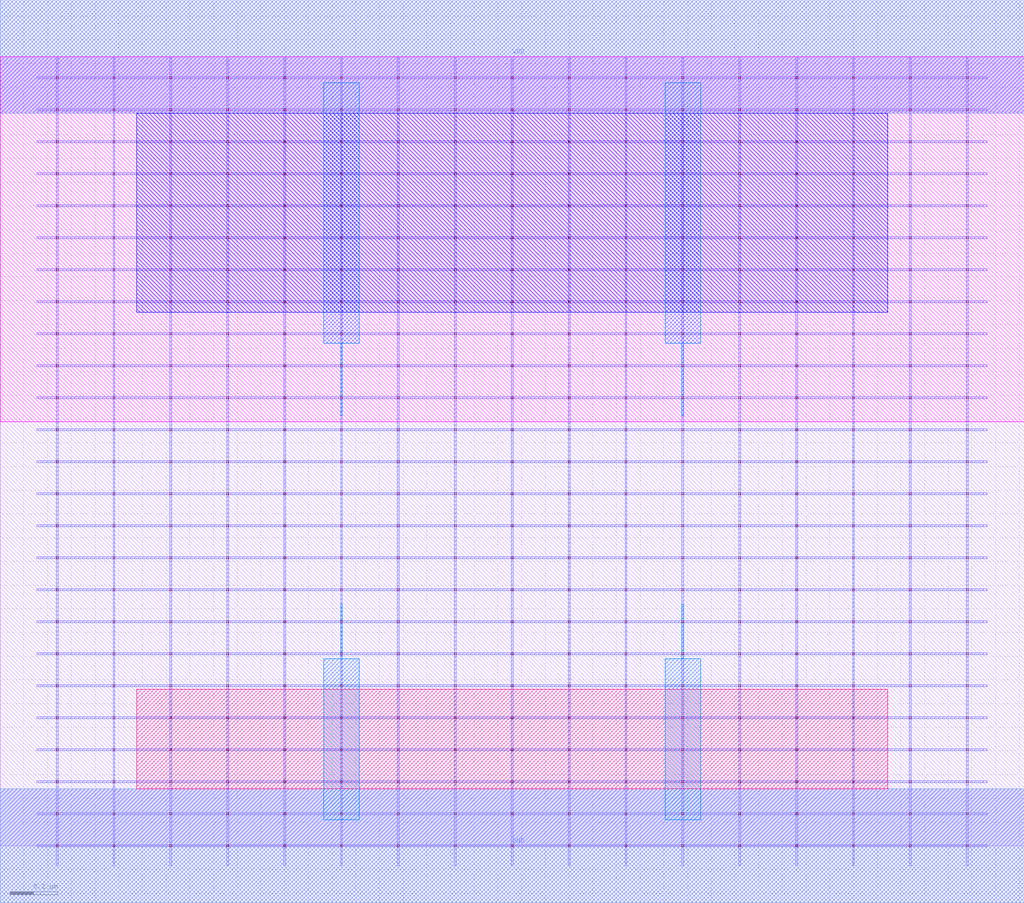
<source format=lef>
MACRO BUFX2
 CLASS CORE ;
 FOREIGN BUFX2 0 0 ;
 ORIGIN 0 0 ;
 SYMMETRY X Y R90 ;
 SITE UNIT ;
  PIN VDD
   DIRECTION INOUT ;
   USE SIGNAL ;
   SHAPE ABUTMENT ;
    PORT
     CLASS CORE ;
       LAYER metal2 ;
        RECT 0.00000000 3.09000000 4.32000000 3.57000000 ;
    END
  END VDD

  PIN GND
   DIRECTION INOUT ;
   USE SIGNAL ;
   SHAPE ABUTMENT ;
    PORT
     CLASS CORE ;
       LAYER metal2 ;
        RECT 0.00000000 -0.24000000 4.32000000 0.24000000 ;
    END
  END GND

  OBS
   LAYER abutment_box ;
    RECT 0.00000000 0.00000000 4.32000000 3.33000000 ;
  END

  OBS
   LAYER metal1 ;
    RECT 0.23600000 -0.08500000 0.24400000 -0.00400000 ;
    RECT 0.47600000 -0.08500000 0.48400000 -0.00400000 ;
    RECT 0.71600000 -0.08500000 0.72400000 -0.00400000 ;
    RECT 0.95600000 -0.08500000 0.96400000 -0.00400000 ;
    RECT 1.19600000 -0.08500000 1.20400000 -0.00400000 ;
    RECT 1.43600000 -0.08500000 1.44400000 -0.00400000 ;
    RECT 1.67600000 -0.08500000 1.68400000 -0.00400000 ;
    RECT 1.91600000 -0.08500000 1.92400000 -0.00400000 ;
    RECT 2.15600000 -0.08500000 2.16400000 -0.00400000 ;
    RECT 2.39600000 -0.08500000 2.40400000 -0.00400000 ;
    RECT 2.63600000 -0.08500000 2.64400000 -0.00400000 ;
    RECT 2.87600000 -0.08500000 2.88400000 -0.00400000 ;
    RECT 3.11600000 -0.08500000 3.12400000 -0.00400000 ;
    RECT 3.35600000 -0.08500000 3.36400000 -0.00400000 ;
    RECT 3.59600000 -0.08500000 3.60400000 -0.00400000 ;
    RECT 3.83600000 -0.08500000 3.84400000 -0.00400000 ;
    RECT 4.07600000 -0.08500000 4.08400000 -0.00400000 ;
    RECT 0.15500000 -0.00400000 4.16500000 0.00400000 ;
    RECT 0.23600000 0.00400000 0.24400000 0.13100000 ;
    RECT 0.47600000 0.00400000 0.48400000 0.13100000 ;
    RECT 0.71600000 0.00400000 0.72400000 0.13100000 ;
    RECT 0.95600000 0.00400000 0.96400000 0.13100000 ;
    RECT 1.19600000 0.00400000 1.20400000 0.13100000 ;
    RECT 1.43600000 0.00400000 1.44400000 0.13100000 ;
    RECT 1.67600000 0.00400000 1.68400000 0.13100000 ;
    RECT 1.91600000 0.00400000 1.92400000 0.13100000 ;
    RECT 2.15600000 0.00400000 2.16400000 0.13100000 ;
    RECT 2.39600000 0.00400000 2.40400000 0.13100000 ;
    RECT 2.63600000 0.00400000 2.64400000 0.13100000 ;
    RECT 2.87600000 0.00400000 2.88400000 0.13100000 ;
    RECT 3.11600000 0.00400000 3.12400000 0.13100000 ;
    RECT 3.35600000 0.00400000 3.36400000 0.13100000 ;
    RECT 3.59600000 0.00400000 3.60400000 0.13100000 ;
    RECT 3.83600000 0.00400000 3.84400000 0.13100000 ;
    RECT 4.07600000 0.00400000 4.08400000 0.13100000 ;
    RECT 0.15500000 0.13100000 4.16500000 0.13900000 ;
    RECT 0.23600000 0.13900000 0.24400000 0.26600000 ;
    RECT 0.47600000 0.13900000 0.48400000 0.26600000 ;
    RECT 0.71600000 0.13900000 0.72400000 0.26600000 ;
    RECT 0.95600000 0.13900000 0.96400000 0.26600000 ;
    RECT 1.19600000 0.13900000 1.20400000 0.26600000 ;
    RECT 1.43600000 0.13900000 1.44400000 0.26600000 ;
    RECT 1.67600000 0.13900000 1.68400000 0.26600000 ;
    RECT 1.91600000 0.13900000 1.92400000 0.26600000 ;
    RECT 2.15600000 0.13900000 2.16400000 0.26600000 ;
    RECT 2.39600000 0.13900000 2.40400000 0.26600000 ;
    RECT 2.63600000 0.13900000 2.64400000 0.26600000 ;
    RECT 2.87600000 0.13900000 2.88400000 0.26600000 ;
    RECT 3.11600000 0.13900000 3.12400000 0.26600000 ;
    RECT 3.35600000 0.13900000 3.36400000 0.26600000 ;
    RECT 3.59600000 0.13900000 3.60400000 0.26600000 ;
    RECT 3.83600000 0.13900000 3.84400000 0.26600000 ;
    RECT 4.07600000 0.13900000 4.08400000 0.26600000 ;
    RECT 0.15500000 0.26600000 4.16500000 0.27400000 ;
    RECT 0.23600000 0.27400000 0.24400000 0.40100000 ;
    RECT 0.47600000 0.27400000 0.48400000 0.40100000 ;
    RECT 0.71600000 0.27400000 0.72400000 0.40100000 ;
    RECT 0.95600000 0.27400000 0.96400000 0.40100000 ;
    RECT 1.19600000 0.27400000 1.20400000 0.40100000 ;
    RECT 1.43600000 0.27400000 1.44400000 0.40100000 ;
    RECT 1.67600000 0.27400000 1.68400000 0.40100000 ;
    RECT 1.91600000 0.27400000 1.92400000 0.40100000 ;
    RECT 2.15600000 0.27400000 2.16400000 0.40100000 ;
    RECT 2.39600000 0.27400000 2.40400000 0.40100000 ;
    RECT 2.63600000 0.27400000 2.64400000 0.40100000 ;
    RECT 2.87600000 0.27400000 2.88400000 0.40100000 ;
    RECT 3.11600000 0.27400000 3.12400000 0.40100000 ;
    RECT 3.35600000 0.27400000 3.36400000 0.40100000 ;
    RECT 3.59600000 0.27400000 3.60400000 0.40100000 ;
    RECT 3.83600000 0.27400000 3.84400000 0.40100000 ;
    RECT 4.07600000 0.27400000 4.08400000 0.40100000 ;
    RECT 0.15500000 0.40100000 4.16500000 0.40900000 ;
    RECT 0.23600000 0.40900000 0.24400000 0.53600000 ;
    RECT 0.47600000 0.40900000 0.48400000 0.53600000 ;
    RECT 0.71600000 0.40900000 0.72400000 0.53600000 ;
    RECT 0.95600000 0.40900000 0.96400000 0.53600000 ;
    RECT 1.19600000 0.40900000 1.20400000 0.53600000 ;
    RECT 1.43600000 0.40900000 1.44400000 0.53600000 ;
    RECT 1.67600000 0.40900000 1.68400000 0.53600000 ;
    RECT 1.91600000 0.40900000 1.92400000 0.53600000 ;
    RECT 2.15600000 0.40900000 2.16400000 0.53600000 ;
    RECT 2.39600000 0.40900000 2.40400000 0.53600000 ;
    RECT 2.63600000 0.40900000 2.64400000 0.53600000 ;
    RECT 2.87600000 0.40900000 2.88400000 0.53600000 ;
    RECT 3.11600000 0.40900000 3.12400000 0.53600000 ;
    RECT 3.35600000 0.40900000 3.36400000 0.53600000 ;
    RECT 3.59600000 0.40900000 3.60400000 0.53600000 ;
    RECT 3.83600000 0.40900000 3.84400000 0.53600000 ;
    RECT 4.07600000 0.40900000 4.08400000 0.53600000 ;
    RECT 0.15500000 0.53600000 4.16500000 0.54400000 ;
    RECT 0.23600000 0.54400000 0.24400000 0.67100000 ;
    RECT 0.47600000 0.54400000 0.48400000 0.67100000 ;
    RECT 0.71600000 0.54400000 0.72400000 0.67100000 ;
    RECT 0.95600000 0.54400000 0.96400000 0.67100000 ;
    RECT 1.19600000 0.54400000 1.20400000 0.67100000 ;
    RECT 1.43600000 0.54400000 1.44400000 0.67100000 ;
    RECT 1.67600000 0.54400000 1.68400000 0.67100000 ;
    RECT 1.91600000 0.54400000 1.92400000 0.67100000 ;
    RECT 2.15600000 0.54400000 2.16400000 0.67100000 ;
    RECT 2.39600000 0.54400000 2.40400000 0.67100000 ;
    RECT 2.63600000 0.54400000 2.64400000 0.67100000 ;
    RECT 2.87600000 0.54400000 2.88400000 0.67100000 ;
    RECT 3.11600000 0.54400000 3.12400000 0.67100000 ;
    RECT 3.35600000 0.54400000 3.36400000 0.67100000 ;
    RECT 3.59600000 0.54400000 3.60400000 0.67100000 ;
    RECT 3.83600000 0.54400000 3.84400000 0.67100000 ;
    RECT 4.07600000 0.54400000 4.08400000 0.67100000 ;
    RECT 0.15500000 0.67100000 4.16500000 0.67900000 ;
    RECT 0.23600000 0.67900000 0.24400000 0.80600000 ;
    RECT 0.47600000 0.67900000 0.48400000 0.80600000 ;
    RECT 0.71600000 0.67900000 0.72400000 0.80600000 ;
    RECT 0.95600000 0.67900000 0.96400000 0.80600000 ;
    RECT 1.19600000 0.67900000 1.20400000 0.80600000 ;
    RECT 1.43600000 0.67900000 1.44400000 0.80600000 ;
    RECT 1.67600000 0.67900000 1.68400000 0.80600000 ;
    RECT 1.91600000 0.67900000 1.92400000 0.80600000 ;
    RECT 2.15600000 0.67900000 2.16400000 0.80600000 ;
    RECT 2.39600000 0.67900000 2.40400000 0.80600000 ;
    RECT 2.63600000 0.67900000 2.64400000 0.80600000 ;
    RECT 2.87600000 0.67900000 2.88400000 0.80600000 ;
    RECT 3.11600000 0.67900000 3.12400000 0.80600000 ;
    RECT 3.35600000 0.67900000 3.36400000 0.80600000 ;
    RECT 3.59600000 0.67900000 3.60400000 0.80600000 ;
    RECT 3.83600000 0.67900000 3.84400000 0.80600000 ;
    RECT 4.07600000 0.67900000 4.08400000 0.80600000 ;
    RECT 0.15500000 0.80600000 4.16500000 0.81400000 ;
    RECT 0.23600000 0.81400000 0.24400000 0.94100000 ;
    RECT 0.47600000 0.81400000 0.48400000 0.94100000 ;
    RECT 0.71600000 0.81400000 0.72400000 0.94100000 ;
    RECT 0.95600000 0.81400000 0.96400000 0.94100000 ;
    RECT 1.19600000 0.81400000 1.20400000 0.94100000 ;
    RECT 1.43600000 0.81400000 1.44400000 0.94100000 ;
    RECT 1.67600000 0.81400000 1.68400000 0.94100000 ;
    RECT 1.91600000 0.81400000 1.92400000 0.94100000 ;
    RECT 2.15600000 0.81400000 2.16400000 0.94100000 ;
    RECT 2.39600000 0.81400000 2.40400000 0.94100000 ;
    RECT 2.63600000 0.81400000 2.64400000 0.94100000 ;
    RECT 2.87600000 0.81400000 2.88400000 0.94100000 ;
    RECT 3.11600000 0.81400000 3.12400000 0.94100000 ;
    RECT 3.35600000 0.81400000 3.36400000 0.94100000 ;
    RECT 3.59600000 0.81400000 3.60400000 0.94100000 ;
    RECT 3.83600000 0.81400000 3.84400000 0.94100000 ;
    RECT 4.07600000 0.81400000 4.08400000 0.94100000 ;
    RECT 0.15500000 0.94100000 4.16500000 0.94900000 ;
    RECT 0.23600000 0.94900000 0.24400000 1.07600000 ;
    RECT 0.47600000 0.94900000 0.48400000 1.07600000 ;
    RECT 0.71600000 0.94900000 0.72400000 1.07600000 ;
    RECT 0.95600000 0.94900000 0.96400000 1.07600000 ;
    RECT 1.19600000 0.94900000 1.20400000 1.07600000 ;
    RECT 1.43600000 0.94900000 1.44400000 1.07600000 ;
    RECT 1.67600000 0.94900000 1.68400000 1.07600000 ;
    RECT 1.91600000 0.94900000 1.92400000 1.07600000 ;
    RECT 2.15600000 0.94900000 2.16400000 1.07600000 ;
    RECT 2.39600000 0.94900000 2.40400000 1.07600000 ;
    RECT 2.63600000 0.94900000 2.64400000 1.07600000 ;
    RECT 2.87600000 0.94900000 2.88400000 1.07600000 ;
    RECT 3.11600000 0.94900000 3.12400000 1.07600000 ;
    RECT 3.35600000 0.94900000 3.36400000 1.07600000 ;
    RECT 3.59600000 0.94900000 3.60400000 1.07600000 ;
    RECT 3.83600000 0.94900000 3.84400000 1.07600000 ;
    RECT 4.07600000 0.94900000 4.08400000 1.07600000 ;
    RECT 0.15500000 1.07600000 4.16500000 1.08400000 ;
    RECT 0.23600000 1.08400000 0.24400000 1.21100000 ;
    RECT 0.47600000 1.08400000 0.48400000 1.21100000 ;
    RECT 0.71600000 1.08400000 0.72400000 1.21100000 ;
    RECT 0.95600000 1.08400000 0.96400000 1.21100000 ;
    RECT 1.19600000 1.08400000 1.20400000 1.21100000 ;
    RECT 1.43600000 1.08400000 1.44400000 1.21100000 ;
    RECT 1.67600000 1.08400000 1.68400000 1.21100000 ;
    RECT 1.91600000 1.08400000 1.92400000 1.21100000 ;
    RECT 2.15600000 1.08400000 2.16400000 1.21100000 ;
    RECT 2.39600000 1.08400000 2.40400000 1.21100000 ;
    RECT 2.63600000 1.08400000 2.64400000 1.21100000 ;
    RECT 2.87600000 1.08400000 2.88400000 1.21100000 ;
    RECT 3.11600000 1.08400000 3.12400000 1.21100000 ;
    RECT 3.35600000 1.08400000 3.36400000 1.21100000 ;
    RECT 3.59600000 1.08400000 3.60400000 1.21100000 ;
    RECT 3.83600000 1.08400000 3.84400000 1.21100000 ;
    RECT 4.07600000 1.08400000 4.08400000 1.21100000 ;
    RECT 0.15500000 1.21100000 4.16500000 1.21900000 ;
    RECT 0.23600000 1.21900000 0.24400000 1.34600000 ;
    RECT 0.47600000 1.21900000 0.48400000 1.34600000 ;
    RECT 0.71600000 1.21900000 0.72400000 1.34600000 ;
    RECT 0.95600000 1.21900000 0.96400000 1.34600000 ;
    RECT 1.19600000 1.21900000 1.20400000 1.34600000 ;
    RECT 1.43600000 1.21900000 1.44400000 1.34600000 ;
    RECT 1.67600000 1.21900000 1.68400000 1.34600000 ;
    RECT 1.91600000 1.21900000 1.92400000 1.34600000 ;
    RECT 2.15600000 1.21900000 2.16400000 1.34600000 ;
    RECT 2.39600000 1.21900000 2.40400000 1.34600000 ;
    RECT 2.63600000 1.21900000 2.64400000 1.34600000 ;
    RECT 2.87600000 1.21900000 2.88400000 1.34600000 ;
    RECT 3.11600000 1.21900000 3.12400000 1.34600000 ;
    RECT 3.35600000 1.21900000 3.36400000 1.34600000 ;
    RECT 3.59600000 1.21900000 3.60400000 1.34600000 ;
    RECT 3.83600000 1.21900000 3.84400000 1.34600000 ;
    RECT 4.07600000 1.21900000 4.08400000 1.34600000 ;
    RECT 0.15500000 1.34600000 4.16500000 1.35400000 ;
    RECT 0.23600000 1.35400000 0.24400000 1.48100000 ;
    RECT 0.47600000 1.35400000 0.48400000 1.48100000 ;
    RECT 0.71600000 1.35400000 0.72400000 1.48100000 ;
    RECT 0.95600000 1.35400000 0.96400000 1.48100000 ;
    RECT 1.19600000 1.35400000 1.20400000 1.48100000 ;
    RECT 1.43600000 1.35400000 1.44400000 1.48100000 ;
    RECT 1.67600000 1.35400000 1.68400000 1.48100000 ;
    RECT 1.91600000 1.35400000 1.92400000 1.48100000 ;
    RECT 2.15600000 1.35400000 2.16400000 1.48100000 ;
    RECT 2.39600000 1.35400000 2.40400000 1.48100000 ;
    RECT 2.63600000 1.35400000 2.64400000 1.48100000 ;
    RECT 2.87600000 1.35400000 2.88400000 1.48100000 ;
    RECT 3.11600000 1.35400000 3.12400000 1.48100000 ;
    RECT 3.35600000 1.35400000 3.36400000 1.48100000 ;
    RECT 3.59600000 1.35400000 3.60400000 1.48100000 ;
    RECT 3.83600000 1.35400000 3.84400000 1.48100000 ;
    RECT 4.07600000 1.35400000 4.08400000 1.48100000 ;
    RECT 0.15500000 1.48100000 4.16500000 1.48900000 ;
    RECT 0.23600000 1.48900000 0.24400000 1.61600000 ;
    RECT 0.47600000 1.48900000 0.48400000 1.61600000 ;
    RECT 0.71600000 1.48900000 0.72400000 1.61600000 ;
    RECT 0.95600000 1.48900000 0.96400000 1.61600000 ;
    RECT 1.19600000 1.48900000 1.20400000 1.61600000 ;
    RECT 1.43600000 1.48900000 1.44400000 1.61600000 ;
    RECT 1.67600000 1.48900000 1.68400000 1.61600000 ;
    RECT 1.91600000 1.48900000 1.92400000 1.61600000 ;
    RECT 2.15600000 1.48900000 2.16400000 1.61600000 ;
    RECT 2.39600000 1.48900000 2.40400000 1.61600000 ;
    RECT 2.63600000 1.48900000 2.64400000 1.61600000 ;
    RECT 2.87600000 1.48900000 2.88400000 1.61600000 ;
    RECT 3.11600000 1.48900000 3.12400000 1.61600000 ;
    RECT 3.35600000 1.48900000 3.36400000 1.61600000 ;
    RECT 3.59600000 1.48900000 3.60400000 1.61600000 ;
    RECT 3.83600000 1.48900000 3.84400000 1.61600000 ;
    RECT 4.07600000 1.48900000 4.08400000 1.61600000 ;
    RECT 0.15500000 1.61600000 4.16500000 1.62400000 ;
    RECT 0.23600000 1.62400000 0.24400000 1.75100000 ;
    RECT 0.47600000 1.62400000 0.48400000 1.75100000 ;
    RECT 0.71600000 1.62400000 0.72400000 1.75100000 ;
    RECT 0.95600000 1.62400000 0.96400000 1.75100000 ;
    RECT 1.19600000 1.62400000 1.20400000 1.75100000 ;
    RECT 1.43600000 1.62400000 1.44400000 1.75100000 ;
    RECT 1.67600000 1.62400000 1.68400000 1.75100000 ;
    RECT 1.91600000 1.62400000 1.92400000 1.75100000 ;
    RECT 2.15600000 1.62400000 2.16400000 1.75100000 ;
    RECT 2.39600000 1.62400000 2.40400000 1.75100000 ;
    RECT 2.63600000 1.62400000 2.64400000 1.75100000 ;
    RECT 2.87600000 1.62400000 2.88400000 1.75100000 ;
    RECT 3.11600000 1.62400000 3.12400000 1.75100000 ;
    RECT 3.35600000 1.62400000 3.36400000 1.75100000 ;
    RECT 3.59600000 1.62400000 3.60400000 1.75100000 ;
    RECT 3.83600000 1.62400000 3.84400000 1.75100000 ;
    RECT 4.07600000 1.62400000 4.08400000 1.75100000 ;
    RECT 0.15500000 1.75100000 4.16500000 1.75900000 ;
    RECT 0.23600000 1.75900000 0.24400000 1.88600000 ;
    RECT 0.47600000 1.75900000 0.48400000 1.88600000 ;
    RECT 0.71600000 1.75900000 0.72400000 1.88600000 ;
    RECT 0.95600000 1.75900000 0.96400000 1.88600000 ;
    RECT 1.19600000 1.75900000 1.20400000 1.88600000 ;
    RECT 1.43600000 1.75900000 1.44400000 1.88600000 ;
    RECT 1.67600000 1.75900000 1.68400000 1.88600000 ;
    RECT 1.91600000 1.75900000 1.92400000 1.88600000 ;
    RECT 2.15600000 1.75900000 2.16400000 1.88600000 ;
    RECT 2.39600000 1.75900000 2.40400000 1.88600000 ;
    RECT 2.63600000 1.75900000 2.64400000 1.88600000 ;
    RECT 2.87600000 1.75900000 2.88400000 1.88600000 ;
    RECT 3.11600000 1.75900000 3.12400000 1.88600000 ;
    RECT 3.35600000 1.75900000 3.36400000 1.88600000 ;
    RECT 3.59600000 1.75900000 3.60400000 1.88600000 ;
    RECT 3.83600000 1.75900000 3.84400000 1.88600000 ;
    RECT 4.07600000 1.75900000 4.08400000 1.88600000 ;
    RECT 0.15500000 1.88600000 4.16500000 1.89400000 ;
    RECT 0.23600000 1.89400000 0.24400000 2.02100000 ;
    RECT 0.47600000 1.89400000 0.48400000 2.02100000 ;
    RECT 0.71600000 1.89400000 0.72400000 2.02100000 ;
    RECT 0.95600000 1.89400000 0.96400000 2.02100000 ;
    RECT 1.19600000 1.89400000 1.20400000 2.02100000 ;
    RECT 1.43600000 1.89400000 1.44400000 2.02100000 ;
    RECT 1.67600000 1.89400000 1.68400000 2.02100000 ;
    RECT 1.91600000 1.89400000 1.92400000 2.02100000 ;
    RECT 2.15600000 1.89400000 2.16400000 2.02100000 ;
    RECT 2.39600000 1.89400000 2.40400000 2.02100000 ;
    RECT 2.63600000 1.89400000 2.64400000 2.02100000 ;
    RECT 2.87600000 1.89400000 2.88400000 2.02100000 ;
    RECT 3.11600000 1.89400000 3.12400000 2.02100000 ;
    RECT 3.35600000 1.89400000 3.36400000 2.02100000 ;
    RECT 3.59600000 1.89400000 3.60400000 2.02100000 ;
    RECT 3.83600000 1.89400000 3.84400000 2.02100000 ;
    RECT 4.07600000 1.89400000 4.08400000 2.02100000 ;
    RECT 0.15500000 2.02100000 4.16500000 2.02900000 ;
    RECT 0.23600000 2.02900000 0.24400000 2.15600000 ;
    RECT 0.47600000 2.02900000 0.48400000 2.15600000 ;
    RECT 0.71600000 2.02900000 0.72400000 2.15600000 ;
    RECT 0.95600000 2.02900000 0.96400000 2.15600000 ;
    RECT 1.19600000 2.02900000 1.20400000 2.15600000 ;
    RECT 1.43600000 2.02900000 1.44400000 2.15600000 ;
    RECT 1.67600000 2.02900000 1.68400000 2.15600000 ;
    RECT 1.91600000 2.02900000 1.92400000 2.15600000 ;
    RECT 2.15600000 2.02900000 2.16400000 2.15600000 ;
    RECT 2.39600000 2.02900000 2.40400000 2.15600000 ;
    RECT 2.63600000 2.02900000 2.64400000 2.15600000 ;
    RECT 2.87600000 2.02900000 2.88400000 2.15600000 ;
    RECT 3.11600000 2.02900000 3.12400000 2.15600000 ;
    RECT 3.35600000 2.02900000 3.36400000 2.15600000 ;
    RECT 3.59600000 2.02900000 3.60400000 2.15600000 ;
    RECT 3.83600000 2.02900000 3.84400000 2.15600000 ;
    RECT 4.07600000 2.02900000 4.08400000 2.15600000 ;
    RECT 0.15500000 2.15600000 4.16500000 2.16400000 ;
    RECT 0.23600000 2.16400000 0.24400000 2.29100000 ;
    RECT 0.47600000 2.16400000 0.48400000 2.29100000 ;
    RECT 0.71600000 2.16400000 0.72400000 2.29100000 ;
    RECT 0.95600000 2.16400000 0.96400000 2.29100000 ;
    RECT 1.19600000 2.16400000 1.20400000 2.29100000 ;
    RECT 1.43600000 2.16400000 1.44400000 2.29100000 ;
    RECT 1.67600000 2.16400000 1.68400000 2.29100000 ;
    RECT 1.91600000 2.16400000 1.92400000 2.29100000 ;
    RECT 2.15600000 2.16400000 2.16400000 2.29100000 ;
    RECT 2.39600000 2.16400000 2.40400000 2.29100000 ;
    RECT 2.63600000 2.16400000 2.64400000 2.29100000 ;
    RECT 2.87600000 2.16400000 2.88400000 2.29100000 ;
    RECT 3.11600000 2.16400000 3.12400000 2.29100000 ;
    RECT 3.35600000 2.16400000 3.36400000 2.29100000 ;
    RECT 3.59600000 2.16400000 3.60400000 2.29100000 ;
    RECT 3.83600000 2.16400000 3.84400000 2.29100000 ;
    RECT 4.07600000 2.16400000 4.08400000 2.29100000 ;
    RECT 0.15500000 2.29100000 4.16500000 2.29900000 ;
    RECT 0.23600000 2.29900000 0.24400000 2.42600000 ;
    RECT 0.47600000 2.29900000 0.48400000 2.42600000 ;
    RECT 0.71600000 2.29900000 0.72400000 2.42600000 ;
    RECT 0.95600000 2.29900000 0.96400000 2.42600000 ;
    RECT 1.19600000 2.29900000 1.20400000 2.42600000 ;
    RECT 1.43600000 2.29900000 1.44400000 2.42600000 ;
    RECT 1.67600000 2.29900000 1.68400000 2.42600000 ;
    RECT 1.91600000 2.29900000 1.92400000 2.42600000 ;
    RECT 2.15600000 2.29900000 2.16400000 2.42600000 ;
    RECT 2.39600000 2.29900000 2.40400000 2.42600000 ;
    RECT 2.63600000 2.29900000 2.64400000 2.42600000 ;
    RECT 2.87600000 2.29900000 2.88400000 2.42600000 ;
    RECT 3.11600000 2.29900000 3.12400000 2.42600000 ;
    RECT 3.35600000 2.29900000 3.36400000 2.42600000 ;
    RECT 3.59600000 2.29900000 3.60400000 2.42600000 ;
    RECT 3.83600000 2.29900000 3.84400000 2.42600000 ;
    RECT 4.07600000 2.29900000 4.08400000 2.42600000 ;
    RECT 0.15500000 2.42600000 4.16500000 2.43400000 ;
    RECT 0.23600000 2.43400000 0.24400000 2.56100000 ;
    RECT 0.47600000 2.43400000 0.48400000 2.56100000 ;
    RECT 0.71600000 2.43400000 0.72400000 2.56100000 ;
    RECT 0.95600000 2.43400000 0.96400000 2.56100000 ;
    RECT 1.19600000 2.43400000 1.20400000 2.56100000 ;
    RECT 1.43600000 2.43400000 1.44400000 2.56100000 ;
    RECT 1.67600000 2.43400000 1.68400000 2.56100000 ;
    RECT 1.91600000 2.43400000 1.92400000 2.56100000 ;
    RECT 2.15600000 2.43400000 2.16400000 2.56100000 ;
    RECT 2.39600000 2.43400000 2.40400000 2.56100000 ;
    RECT 2.63600000 2.43400000 2.64400000 2.56100000 ;
    RECT 2.87600000 2.43400000 2.88400000 2.56100000 ;
    RECT 3.11600000 2.43400000 3.12400000 2.56100000 ;
    RECT 3.35600000 2.43400000 3.36400000 2.56100000 ;
    RECT 3.59600000 2.43400000 3.60400000 2.56100000 ;
    RECT 3.83600000 2.43400000 3.84400000 2.56100000 ;
    RECT 4.07600000 2.43400000 4.08400000 2.56100000 ;
    RECT 0.15500000 2.56100000 4.16500000 2.56900000 ;
    RECT 0.23600000 2.56900000 0.24400000 2.69600000 ;
    RECT 0.47600000 2.56900000 0.48400000 2.69600000 ;
    RECT 0.71600000 2.56900000 0.72400000 2.69600000 ;
    RECT 0.95600000 2.56900000 0.96400000 2.69600000 ;
    RECT 1.19600000 2.56900000 1.20400000 2.69600000 ;
    RECT 1.43600000 2.56900000 1.44400000 2.69600000 ;
    RECT 1.67600000 2.56900000 1.68400000 2.69600000 ;
    RECT 1.91600000 2.56900000 1.92400000 2.69600000 ;
    RECT 2.15600000 2.56900000 2.16400000 2.69600000 ;
    RECT 2.39600000 2.56900000 2.40400000 2.69600000 ;
    RECT 2.63600000 2.56900000 2.64400000 2.69600000 ;
    RECT 2.87600000 2.56900000 2.88400000 2.69600000 ;
    RECT 3.11600000 2.56900000 3.12400000 2.69600000 ;
    RECT 3.35600000 2.56900000 3.36400000 2.69600000 ;
    RECT 3.59600000 2.56900000 3.60400000 2.69600000 ;
    RECT 3.83600000 2.56900000 3.84400000 2.69600000 ;
    RECT 4.07600000 2.56900000 4.08400000 2.69600000 ;
    RECT 0.15500000 2.69600000 4.16500000 2.70400000 ;
    RECT 0.23600000 2.70400000 0.24400000 2.83100000 ;
    RECT 0.47600000 2.70400000 0.48400000 2.83100000 ;
    RECT 0.71600000 2.70400000 0.72400000 2.83100000 ;
    RECT 0.95600000 2.70400000 0.96400000 2.83100000 ;
    RECT 1.19600000 2.70400000 1.20400000 2.83100000 ;
    RECT 1.43600000 2.70400000 1.44400000 2.83100000 ;
    RECT 1.67600000 2.70400000 1.68400000 2.83100000 ;
    RECT 1.91600000 2.70400000 1.92400000 2.83100000 ;
    RECT 2.15600000 2.70400000 2.16400000 2.83100000 ;
    RECT 2.39600000 2.70400000 2.40400000 2.83100000 ;
    RECT 2.63600000 2.70400000 2.64400000 2.83100000 ;
    RECT 2.87600000 2.70400000 2.88400000 2.83100000 ;
    RECT 3.11600000 2.70400000 3.12400000 2.83100000 ;
    RECT 3.35600000 2.70400000 3.36400000 2.83100000 ;
    RECT 3.59600000 2.70400000 3.60400000 2.83100000 ;
    RECT 3.83600000 2.70400000 3.84400000 2.83100000 ;
    RECT 4.07600000 2.70400000 4.08400000 2.83100000 ;
    RECT 0.15500000 2.83100000 4.16500000 2.83900000 ;
    RECT 0.23600000 2.83900000 0.24400000 2.96600000 ;
    RECT 0.47600000 2.83900000 0.48400000 2.96600000 ;
    RECT 0.71600000 2.83900000 0.72400000 2.96600000 ;
    RECT 0.95600000 2.83900000 0.96400000 2.96600000 ;
    RECT 1.19600000 2.83900000 1.20400000 2.96600000 ;
    RECT 1.43600000 2.83900000 1.44400000 2.96600000 ;
    RECT 1.67600000 2.83900000 1.68400000 2.96600000 ;
    RECT 1.91600000 2.83900000 1.92400000 2.96600000 ;
    RECT 2.15600000 2.83900000 2.16400000 2.96600000 ;
    RECT 2.39600000 2.83900000 2.40400000 2.96600000 ;
    RECT 2.63600000 2.83900000 2.64400000 2.96600000 ;
    RECT 2.87600000 2.83900000 2.88400000 2.96600000 ;
    RECT 3.11600000 2.83900000 3.12400000 2.96600000 ;
    RECT 3.35600000 2.83900000 3.36400000 2.96600000 ;
    RECT 3.59600000 2.83900000 3.60400000 2.96600000 ;
    RECT 3.83600000 2.83900000 3.84400000 2.96600000 ;
    RECT 4.07600000 2.83900000 4.08400000 2.96600000 ;
    RECT 0.15500000 2.96600000 4.16500000 2.97400000 ;
    RECT 0.23600000 2.97400000 0.24400000 3.10100000 ;
    RECT 0.47600000 2.97400000 0.48400000 3.10100000 ;
    RECT 0.71600000 2.97400000 0.72400000 3.10100000 ;
    RECT 0.95600000 2.97400000 0.96400000 3.10100000 ;
    RECT 1.19600000 2.97400000 1.20400000 3.10100000 ;
    RECT 1.43600000 2.97400000 1.44400000 3.10100000 ;
    RECT 1.67600000 2.97400000 1.68400000 3.10100000 ;
    RECT 1.91600000 2.97400000 1.92400000 3.10100000 ;
    RECT 2.15600000 2.97400000 2.16400000 3.10100000 ;
    RECT 2.39600000 2.97400000 2.40400000 3.10100000 ;
    RECT 2.63600000 2.97400000 2.64400000 3.10100000 ;
    RECT 2.87600000 2.97400000 2.88400000 3.10100000 ;
    RECT 3.11600000 2.97400000 3.12400000 3.10100000 ;
    RECT 3.35600000 2.97400000 3.36400000 3.10100000 ;
    RECT 3.59600000 2.97400000 3.60400000 3.10100000 ;
    RECT 3.83600000 2.97400000 3.84400000 3.10100000 ;
    RECT 4.07600000 2.97400000 4.08400000 3.10100000 ;
    RECT 0.15500000 3.10100000 4.16500000 3.10900000 ;
    RECT 0.23600000 3.10900000 0.24400000 3.23600000 ;
    RECT 0.47600000 3.10900000 0.48400000 3.23600000 ;
    RECT 0.71600000 3.10900000 0.72400000 3.23600000 ;
    RECT 0.95600000 3.10900000 0.96400000 3.23600000 ;
    RECT 1.19600000 3.10900000 1.20400000 3.23600000 ;
    RECT 1.43600000 3.10900000 1.44400000 3.23600000 ;
    RECT 1.67600000 3.10900000 1.68400000 3.23600000 ;
    RECT 1.91600000 3.10900000 1.92400000 3.23600000 ;
    RECT 2.15600000 3.10900000 2.16400000 3.23600000 ;
    RECT 2.39600000 3.10900000 2.40400000 3.23600000 ;
    RECT 2.63600000 3.10900000 2.64400000 3.23600000 ;
    RECT 2.87600000 3.10900000 2.88400000 3.23600000 ;
    RECT 3.11600000 3.10900000 3.12400000 3.23600000 ;
    RECT 3.35600000 3.10900000 3.36400000 3.23600000 ;
    RECT 3.59600000 3.10900000 3.60400000 3.23600000 ;
    RECT 3.83600000 3.10900000 3.84400000 3.23600000 ;
    RECT 4.07600000 3.10900000 4.08400000 3.23600000 ;
    RECT 0.15500000 3.23600000 4.16500000 3.24400000 ;
    RECT 0.23600000 3.24400000 0.24400000 3.32500000 ;
    RECT 0.47600000 3.24400000 0.48400000 3.32500000 ;
    RECT 0.71600000 3.24400000 0.72400000 3.32500000 ;
    RECT 0.95600000 3.24400000 0.96400000 3.32500000 ;
    RECT 1.19600000 3.24400000 1.20400000 3.32500000 ;
    RECT 1.43600000 3.24400000 1.44400000 3.32500000 ;
    RECT 1.67600000 3.24400000 1.68400000 3.32500000 ;
    RECT 1.91600000 3.24400000 1.92400000 3.32500000 ;
    RECT 2.15600000 3.24400000 2.16400000 3.32500000 ;
    RECT 2.39600000 3.24400000 2.40400000 3.32500000 ;
    RECT 2.63600000 3.24400000 2.64400000 3.32500000 ;
    RECT 2.87600000 3.24400000 2.88400000 3.32500000 ;
    RECT 3.11600000 3.24400000 3.12400000 3.32500000 ;
    RECT 3.35600000 3.24400000 3.36400000 3.32500000 ;
    RECT 3.59600000 3.24400000 3.60400000 3.32500000 ;
    RECT 3.83600000 3.24400000 3.84400000 3.32500000 ;
    RECT 4.07600000 3.24400000 4.08400000 3.32500000 ;
  END

  OBS
   LAYER metal1_label ;

  END

  OBS
   LAYER metal1_pin ;

  END

  OBS
   LAYER metal2 ;
    RECT 0.00000000 -0.24000000 4.32000000 0.24000000 ;
    RECT 0.23600000 0.24000000 0.24400000 0.26600000 ;
    RECT 0.47600000 0.24000000 0.48400000 0.26600000 ;
    RECT 0.71600000 0.24000000 0.72400000 0.26600000 ;
    RECT 0.95600000 0.24000000 0.96400000 0.26600000 ;
    RECT 1.19600000 0.24000000 1.20400000 0.26600000 ;
    RECT 1.43600000 0.24000000 1.44400000 0.26600000 ;
    RECT 1.67600000 0.24000000 1.68400000 0.26600000 ;
    RECT 1.91600000 0.24000000 1.92400000 0.26600000 ;
    RECT 2.15600000 0.24000000 2.16400000 0.26600000 ;
    RECT 2.39600000 0.24000000 2.40400000 0.26600000 ;
    RECT 2.63600000 0.24000000 2.64400000 0.26600000 ;
    RECT 2.87600000 0.24000000 2.88400000 0.26600000 ;
    RECT 3.11600000 0.24000000 3.12400000 0.26600000 ;
    RECT 3.35600000 0.24000000 3.36400000 0.26600000 ;
    RECT 3.59600000 0.24000000 3.60400000 0.26600000 ;
    RECT 3.83600000 0.24000000 3.84400000 0.26600000 ;
    RECT 4.07600000 0.24000000 4.08400000 0.26600000 ;
    RECT 0.17000000 0.26600000 4.15000000 0.27400000 ;
    RECT 0.23600000 0.27400000 0.24400000 0.40100000 ;
    RECT 0.47600000 0.27400000 0.48400000 0.40100000 ;
    RECT 0.71600000 0.27400000 0.72400000 0.40100000 ;
    RECT 0.95600000 0.27400000 0.96400000 0.40100000 ;
    RECT 1.19600000 0.27400000 1.20400000 0.40100000 ;
    RECT 1.43600000 0.27400000 1.44400000 0.40100000 ;
    RECT 1.67600000 0.27400000 1.68400000 0.40100000 ;
    RECT 1.91600000 0.27400000 1.92400000 0.40100000 ;
    RECT 2.15600000 0.27400000 2.16400000 0.40100000 ;
    RECT 2.39600000 0.27400000 2.40400000 0.40100000 ;
    RECT 2.63600000 0.27400000 2.64400000 0.40100000 ;
    RECT 2.87600000 0.27400000 2.88400000 0.40100000 ;
    RECT 3.11600000 0.27400000 3.12400000 0.40100000 ;
    RECT 3.35600000 0.27400000 3.36400000 0.40100000 ;
    RECT 3.59600000 0.27400000 3.60400000 0.40100000 ;
    RECT 3.83600000 0.27400000 3.84400000 0.40100000 ;
    RECT 4.07600000 0.27400000 4.08400000 0.40100000 ;
    RECT 0.17000000 0.40100000 4.15000000 0.40900000 ;
    RECT 0.23600000 0.40900000 0.24400000 0.53600000 ;
    RECT 0.47600000 0.40900000 0.48400000 0.53600000 ;
    RECT 0.71600000 0.40900000 0.72400000 0.53600000 ;
    RECT 0.95600000 0.40900000 0.96400000 0.53600000 ;
    RECT 1.19600000 0.40900000 1.20400000 0.53600000 ;
    RECT 1.43600000 0.40900000 1.44400000 0.53600000 ;
    RECT 1.67600000 0.40900000 1.68400000 0.53600000 ;
    RECT 1.91600000 0.40900000 1.92400000 0.53600000 ;
    RECT 2.15600000 0.40900000 2.16400000 0.53600000 ;
    RECT 2.39600000 0.40900000 2.40400000 0.53600000 ;
    RECT 2.63600000 0.40900000 2.64400000 0.53600000 ;
    RECT 2.87600000 0.40900000 2.88400000 0.53600000 ;
    RECT 3.11600000 0.40900000 3.12400000 0.53600000 ;
    RECT 3.35600000 0.40900000 3.36400000 0.53600000 ;
    RECT 3.59600000 0.40900000 3.60400000 0.53600000 ;
    RECT 3.83600000 0.40900000 3.84400000 0.53600000 ;
    RECT 4.07600000 0.40900000 4.08400000 0.53600000 ;
    RECT 0.17000000 0.53600000 4.15000000 0.54400000 ;
    RECT 0.23600000 0.54400000 0.24400000 0.67100000 ;
    RECT 0.47600000 0.54400000 0.48400000 0.67100000 ;
    RECT 0.71600000 0.54400000 0.72400000 0.67100000 ;
    RECT 0.95600000 0.54400000 0.96400000 0.67100000 ;
    RECT 1.19600000 0.54400000 1.20400000 0.67100000 ;
    RECT 1.43600000 0.54400000 1.44400000 0.67100000 ;
    RECT 1.67600000 0.54400000 1.68400000 0.67100000 ;
    RECT 1.91600000 0.54400000 1.92400000 0.67100000 ;
    RECT 2.15600000 0.54400000 2.16400000 0.67100000 ;
    RECT 2.39600000 0.54400000 2.40400000 0.67100000 ;
    RECT 2.63600000 0.54400000 2.64400000 0.67100000 ;
    RECT 2.87600000 0.54400000 2.88400000 0.67100000 ;
    RECT 3.11600000 0.54400000 3.12400000 0.67100000 ;
    RECT 3.35600000 0.54400000 3.36400000 0.67100000 ;
    RECT 3.59600000 0.54400000 3.60400000 0.67100000 ;
    RECT 3.83600000 0.54400000 3.84400000 0.67100000 ;
    RECT 4.07600000 0.54400000 4.08400000 0.67100000 ;
    RECT 0.17000000 0.67100000 4.15000000 0.67900000 ;
    RECT 0.23600000 0.67900000 0.24400000 0.80600000 ;
    RECT 0.47600000 0.67900000 0.48400000 0.80600000 ;
    RECT 0.71600000 0.67900000 0.72400000 0.80600000 ;
    RECT 0.95600000 0.67900000 0.96400000 0.80600000 ;
    RECT 1.19600000 0.67900000 1.20400000 0.80600000 ;
    RECT 1.43600000 0.67900000 1.44400000 0.80600000 ;
    RECT 1.67600000 0.67900000 1.68400000 0.80600000 ;
    RECT 1.91600000 0.67900000 1.92400000 0.80600000 ;
    RECT 2.15600000 0.67900000 2.16400000 0.80600000 ;
    RECT 2.39600000 0.67900000 2.40400000 0.80600000 ;
    RECT 2.63600000 0.67900000 2.64400000 0.80600000 ;
    RECT 2.87600000 0.67900000 2.88400000 0.80600000 ;
    RECT 3.11600000 0.67900000 3.12400000 0.80600000 ;
    RECT 3.35600000 0.67900000 3.36400000 0.80600000 ;
    RECT 3.59600000 0.67900000 3.60400000 0.80600000 ;
    RECT 3.83600000 0.67900000 3.84400000 0.80600000 ;
    RECT 4.07600000 0.67900000 4.08400000 0.80600000 ;
    RECT 0.17000000 0.80600000 4.15000000 0.81400000 ;
    RECT 0.23600000 0.81400000 0.24400000 0.94100000 ;
    RECT 0.47600000 0.81400000 0.48400000 0.94100000 ;
    RECT 0.71600000 0.81400000 0.72400000 0.94100000 ;
    RECT 0.95600000 0.81400000 0.96400000 0.94100000 ;
    RECT 1.19600000 0.81400000 1.20400000 0.94100000 ;
    RECT 1.43600000 0.81400000 1.44400000 0.94100000 ;
    RECT 1.67600000 0.81400000 1.68400000 0.94100000 ;
    RECT 1.91600000 0.81400000 1.92400000 0.94100000 ;
    RECT 2.15600000 0.81400000 2.16400000 0.94100000 ;
    RECT 2.39600000 0.81400000 2.40400000 0.94100000 ;
    RECT 2.63600000 0.81400000 2.64400000 0.94100000 ;
    RECT 2.87600000 0.81400000 2.88400000 0.94100000 ;
    RECT 3.11600000 0.81400000 3.12400000 0.94100000 ;
    RECT 3.35600000 0.81400000 3.36400000 0.94100000 ;
    RECT 3.59600000 0.81400000 3.60400000 0.94100000 ;
    RECT 3.83600000 0.81400000 3.84400000 0.94100000 ;
    RECT 4.07600000 0.81400000 4.08400000 0.94100000 ;
    RECT 0.17000000 0.94100000 4.15000000 0.94900000 ;
    RECT 0.23600000 0.94900000 0.24400000 1.07600000 ;
    RECT 0.47600000 0.94900000 0.48400000 1.07600000 ;
    RECT 0.71600000 0.94900000 0.72400000 1.07600000 ;
    RECT 0.95600000 0.94900000 0.96400000 1.07600000 ;
    RECT 1.19600000 0.94900000 1.20400000 1.07600000 ;
    RECT 1.43600000 0.94900000 1.44400000 1.07600000 ;
    RECT 1.67600000 0.94900000 1.68400000 1.07600000 ;
    RECT 1.91600000 0.94900000 1.92400000 1.07600000 ;
    RECT 2.15600000 0.94900000 2.16400000 1.07600000 ;
    RECT 2.39600000 0.94900000 2.40400000 1.07600000 ;
    RECT 2.63600000 0.94900000 2.64400000 1.07600000 ;
    RECT 2.87600000 0.94900000 2.88400000 1.07600000 ;
    RECT 3.11600000 0.94900000 3.12400000 1.07600000 ;
    RECT 3.35600000 0.94900000 3.36400000 1.07600000 ;
    RECT 3.59600000 0.94900000 3.60400000 1.07600000 ;
    RECT 3.83600000 0.94900000 3.84400000 1.07600000 ;
    RECT 4.07600000 0.94900000 4.08400000 1.07600000 ;
    RECT 0.17000000 1.07600000 4.15000000 1.08400000 ;
    RECT 0.23600000 1.08400000 0.24400000 1.21100000 ;
    RECT 0.47600000 1.08400000 0.48400000 1.21100000 ;
    RECT 0.71600000 1.08400000 0.72400000 1.21100000 ;
    RECT 0.95600000 1.08400000 0.96400000 1.21100000 ;
    RECT 1.19600000 1.08400000 1.20400000 1.21100000 ;
    RECT 1.43600000 1.08400000 1.44400000 1.21100000 ;
    RECT 1.67600000 1.08400000 1.68400000 1.21100000 ;
    RECT 1.91600000 1.08400000 1.92400000 1.21100000 ;
    RECT 2.15600000 1.08400000 2.16400000 1.21100000 ;
    RECT 2.39600000 1.08400000 2.40400000 1.21100000 ;
    RECT 2.63600000 1.08400000 2.64400000 1.21100000 ;
    RECT 2.87600000 1.08400000 2.88400000 1.21100000 ;
    RECT 3.11600000 1.08400000 3.12400000 1.21100000 ;
    RECT 3.35600000 1.08400000 3.36400000 1.21100000 ;
    RECT 3.59600000 1.08400000 3.60400000 1.21100000 ;
    RECT 3.83600000 1.08400000 3.84400000 1.21100000 ;
    RECT 4.07600000 1.08400000 4.08400000 1.21100000 ;
    RECT 0.17000000 1.21100000 4.15000000 1.21900000 ;
    RECT 0.23600000 1.21900000 0.24400000 1.34600000 ;
    RECT 0.47600000 1.21900000 0.48400000 1.34600000 ;
    RECT 0.71600000 1.21900000 0.72400000 1.34600000 ;
    RECT 0.95600000 1.21900000 0.96400000 1.34600000 ;
    RECT 1.19600000 1.21900000 1.20400000 1.34600000 ;
    RECT 1.43600000 1.21900000 1.44400000 1.34600000 ;
    RECT 1.67600000 1.21900000 1.68400000 1.34600000 ;
    RECT 1.91600000 1.21900000 1.92400000 1.34600000 ;
    RECT 2.15600000 1.21900000 2.16400000 1.34600000 ;
    RECT 2.39600000 1.21900000 2.40400000 1.34600000 ;
    RECT 2.63600000 1.21900000 2.64400000 1.34600000 ;
    RECT 2.87600000 1.21900000 2.88400000 1.34600000 ;
    RECT 3.11600000 1.21900000 3.12400000 1.34600000 ;
    RECT 3.35600000 1.21900000 3.36400000 1.34600000 ;
    RECT 3.59600000 1.21900000 3.60400000 1.34600000 ;
    RECT 3.83600000 1.21900000 3.84400000 1.34600000 ;
    RECT 4.07600000 1.21900000 4.08400000 1.34600000 ;
    RECT 0.17000000 1.34600000 4.15000000 1.35400000 ;
    RECT 0.23600000 1.35400000 0.24400000 1.48100000 ;
    RECT 0.47600000 1.35400000 0.48400000 1.48100000 ;
    RECT 0.71600000 1.35400000 0.72400000 1.48100000 ;
    RECT 0.95600000 1.35400000 0.96400000 1.48100000 ;
    RECT 1.19600000 1.35400000 1.20400000 1.48100000 ;
    RECT 1.43600000 1.35400000 1.44400000 1.48100000 ;
    RECT 1.67600000 1.35400000 1.68400000 1.48100000 ;
    RECT 1.91600000 1.35400000 1.92400000 1.48100000 ;
    RECT 2.15600000 1.35400000 2.16400000 1.48100000 ;
    RECT 2.39600000 1.35400000 2.40400000 1.48100000 ;
    RECT 2.63600000 1.35400000 2.64400000 1.48100000 ;
    RECT 2.87600000 1.35400000 2.88400000 1.48100000 ;
    RECT 3.11600000 1.35400000 3.12400000 1.48100000 ;
    RECT 3.35600000 1.35400000 3.36400000 1.48100000 ;
    RECT 3.59600000 1.35400000 3.60400000 1.48100000 ;
    RECT 3.83600000 1.35400000 3.84400000 1.48100000 ;
    RECT 4.07600000 1.35400000 4.08400000 1.48100000 ;
    RECT 0.17000000 1.48100000 4.15000000 1.48900000 ;
    RECT 0.23600000 1.48900000 0.24400000 1.61600000 ;
    RECT 0.47600000 1.48900000 0.48400000 1.61600000 ;
    RECT 0.71600000 1.48900000 0.72400000 1.61600000 ;
    RECT 0.95600000 1.48900000 0.96400000 1.61600000 ;
    RECT 1.19600000 1.48900000 1.20400000 1.61600000 ;
    RECT 1.43600000 1.48900000 1.44400000 1.61600000 ;
    RECT 1.67600000 1.48900000 1.68400000 1.61600000 ;
    RECT 1.91600000 1.48900000 1.92400000 1.61600000 ;
    RECT 2.15600000 1.48900000 2.16400000 1.61600000 ;
    RECT 2.39600000 1.48900000 2.40400000 1.61600000 ;
    RECT 2.63600000 1.48900000 2.64400000 1.61600000 ;
    RECT 2.87600000 1.48900000 2.88400000 1.61600000 ;
    RECT 3.11600000 1.48900000 3.12400000 1.61600000 ;
    RECT 3.35600000 1.48900000 3.36400000 1.61600000 ;
    RECT 3.59600000 1.48900000 3.60400000 1.61600000 ;
    RECT 3.83600000 1.48900000 3.84400000 1.61600000 ;
    RECT 4.07600000 1.48900000 4.08400000 1.61600000 ;
    RECT 0.17000000 1.61600000 4.15000000 1.62400000 ;
    RECT 0.23600000 1.62400000 0.24400000 1.75100000 ;
    RECT 0.47600000 1.62400000 0.48400000 1.75100000 ;
    RECT 0.71600000 1.62400000 0.72400000 1.75100000 ;
    RECT 0.95600000 1.62400000 0.96400000 1.75100000 ;
    RECT 1.19600000 1.62400000 1.20400000 1.75100000 ;
    RECT 1.43600000 1.62400000 1.44400000 1.75100000 ;
    RECT 1.67600000 1.62400000 1.68400000 1.75100000 ;
    RECT 1.91600000 1.62400000 1.92400000 1.75100000 ;
    RECT 2.15600000 1.62400000 2.16400000 1.75100000 ;
    RECT 2.39600000 1.62400000 2.40400000 1.75100000 ;
    RECT 2.63600000 1.62400000 2.64400000 1.75100000 ;
    RECT 2.87600000 1.62400000 2.88400000 1.75100000 ;
    RECT 3.11600000 1.62400000 3.12400000 1.75100000 ;
    RECT 3.35600000 1.62400000 3.36400000 1.75100000 ;
    RECT 3.59600000 1.62400000 3.60400000 1.75100000 ;
    RECT 3.83600000 1.62400000 3.84400000 1.75100000 ;
    RECT 4.07600000 1.62400000 4.08400000 1.75100000 ;
    RECT 0.17000000 1.75100000 4.15000000 1.75900000 ;
    RECT 0.23600000 1.75900000 0.24400000 1.88600000 ;
    RECT 0.47600000 1.75900000 0.48400000 1.88600000 ;
    RECT 0.71600000 1.75900000 0.72400000 1.88600000 ;
    RECT 0.95600000 1.75900000 0.96400000 1.88600000 ;
    RECT 1.19600000 1.75900000 1.20400000 1.88600000 ;
    RECT 1.43600000 1.75900000 1.44400000 1.88600000 ;
    RECT 1.67600000 1.75900000 1.68400000 1.88600000 ;
    RECT 1.91600000 1.75900000 1.92400000 1.88600000 ;
    RECT 2.15600000 1.75900000 2.16400000 1.88600000 ;
    RECT 2.39600000 1.75900000 2.40400000 1.88600000 ;
    RECT 2.63600000 1.75900000 2.64400000 1.88600000 ;
    RECT 2.87600000 1.75900000 2.88400000 1.88600000 ;
    RECT 3.11600000 1.75900000 3.12400000 1.88600000 ;
    RECT 3.35600000 1.75900000 3.36400000 1.88600000 ;
    RECT 3.59600000 1.75900000 3.60400000 1.88600000 ;
    RECT 3.83600000 1.75900000 3.84400000 1.88600000 ;
    RECT 4.07600000 1.75900000 4.08400000 1.88600000 ;
    RECT 0.17000000 1.88600000 4.15000000 1.89400000 ;
    RECT 0.23600000 1.89400000 0.24400000 2.02100000 ;
    RECT 0.47600000 1.89400000 0.48400000 2.02100000 ;
    RECT 0.71600000 1.89400000 0.72400000 2.02100000 ;
    RECT 0.95600000 1.89400000 0.96400000 2.02100000 ;
    RECT 1.19600000 1.89400000 1.20400000 2.02100000 ;
    RECT 1.43600000 1.89400000 1.44400000 2.02100000 ;
    RECT 1.67600000 1.89400000 1.68400000 2.02100000 ;
    RECT 1.91600000 1.89400000 1.92400000 2.02100000 ;
    RECT 2.15600000 1.89400000 2.16400000 2.02100000 ;
    RECT 2.39600000 1.89400000 2.40400000 2.02100000 ;
    RECT 2.63600000 1.89400000 2.64400000 2.02100000 ;
    RECT 2.87600000 1.89400000 2.88400000 2.02100000 ;
    RECT 3.11600000 1.89400000 3.12400000 2.02100000 ;
    RECT 3.35600000 1.89400000 3.36400000 2.02100000 ;
    RECT 3.59600000 1.89400000 3.60400000 2.02100000 ;
    RECT 3.83600000 1.89400000 3.84400000 2.02100000 ;
    RECT 4.07600000 1.89400000 4.08400000 2.02100000 ;
    RECT 0.17000000 2.02100000 4.15000000 2.02900000 ;
    RECT 0.23600000 2.02900000 0.24400000 2.15600000 ;
    RECT 0.47600000 2.02900000 0.48400000 2.15600000 ;
    RECT 0.71600000 2.02900000 0.72400000 2.15600000 ;
    RECT 0.95600000 2.02900000 0.96400000 2.15600000 ;
    RECT 1.19600000 2.02900000 1.20400000 2.15600000 ;
    RECT 1.43600000 2.02900000 1.44400000 2.15600000 ;
    RECT 1.67600000 2.02900000 1.68400000 2.15600000 ;
    RECT 1.91600000 2.02900000 1.92400000 2.15600000 ;
    RECT 2.15600000 2.02900000 2.16400000 2.15600000 ;
    RECT 2.39600000 2.02900000 2.40400000 2.15600000 ;
    RECT 2.63600000 2.02900000 2.64400000 2.15600000 ;
    RECT 2.87600000 2.02900000 2.88400000 2.15600000 ;
    RECT 3.11600000 2.02900000 3.12400000 2.15600000 ;
    RECT 3.35600000 2.02900000 3.36400000 2.15600000 ;
    RECT 3.59600000 2.02900000 3.60400000 2.15600000 ;
    RECT 3.83600000 2.02900000 3.84400000 2.15600000 ;
    RECT 4.07600000 2.02900000 4.08400000 2.15600000 ;
    RECT 0.17000000 2.15600000 4.15000000 2.16400000 ;
    RECT 0.23600000 2.16400000 0.24400000 2.29100000 ;
    RECT 0.47600000 2.16400000 0.48400000 2.29100000 ;
    RECT 0.71600000 2.16400000 0.72400000 2.29100000 ;
    RECT 0.95600000 2.16400000 0.96400000 2.29100000 ;
    RECT 1.19600000 2.16400000 1.20400000 2.29100000 ;
    RECT 1.43600000 2.16400000 1.44400000 2.29100000 ;
    RECT 1.67600000 2.16400000 1.68400000 2.29100000 ;
    RECT 1.91600000 2.16400000 1.92400000 2.29100000 ;
    RECT 2.15600000 2.16400000 2.16400000 2.29100000 ;
    RECT 2.39600000 2.16400000 2.40400000 2.29100000 ;
    RECT 2.63600000 2.16400000 2.64400000 2.29100000 ;
    RECT 2.87600000 2.16400000 2.88400000 2.29100000 ;
    RECT 3.11600000 2.16400000 3.12400000 2.29100000 ;
    RECT 3.35600000 2.16400000 3.36400000 2.29100000 ;
    RECT 3.59600000 2.16400000 3.60400000 2.29100000 ;
    RECT 3.83600000 2.16400000 3.84400000 2.29100000 ;
    RECT 4.07600000 2.16400000 4.08400000 2.29100000 ;
    RECT 0.17000000 2.29100000 4.15000000 2.29900000 ;
    RECT 0.23600000 2.29900000 0.24400000 2.42600000 ;
    RECT 0.47600000 2.29900000 0.48400000 2.42600000 ;
    RECT 0.71600000 2.29900000 0.72400000 2.42600000 ;
    RECT 0.95600000 2.29900000 0.96400000 2.42600000 ;
    RECT 1.19600000 2.29900000 1.20400000 2.42600000 ;
    RECT 1.43600000 2.29900000 1.44400000 2.42600000 ;
    RECT 1.67600000 2.29900000 1.68400000 2.42600000 ;
    RECT 1.91600000 2.29900000 1.92400000 2.42600000 ;
    RECT 2.15600000 2.29900000 2.16400000 2.42600000 ;
    RECT 2.39600000 2.29900000 2.40400000 2.42600000 ;
    RECT 2.63600000 2.29900000 2.64400000 2.42600000 ;
    RECT 2.87600000 2.29900000 2.88400000 2.42600000 ;
    RECT 3.11600000 2.29900000 3.12400000 2.42600000 ;
    RECT 3.35600000 2.29900000 3.36400000 2.42600000 ;
    RECT 3.59600000 2.29900000 3.60400000 2.42600000 ;
    RECT 3.83600000 2.29900000 3.84400000 2.42600000 ;
    RECT 4.07600000 2.29900000 4.08400000 2.42600000 ;
    RECT 0.17000000 2.42600000 4.15000000 2.43400000 ;
    RECT 0.23600000 2.43400000 0.24400000 2.56100000 ;
    RECT 0.47600000 2.43400000 0.48400000 2.56100000 ;
    RECT 0.71600000 2.43400000 0.72400000 2.56100000 ;
    RECT 0.95600000 2.43400000 0.96400000 2.56100000 ;
    RECT 1.19600000 2.43400000 1.20400000 2.56100000 ;
    RECT 1.43600000 2.43400000 1.44400000 2.56100000 ;
    RECT 1.67600000 2.43400000 1.68400000 2.56100000 ;
    RECT 1.91600000 2.43400000 1.92400000 2.56100000 ;
    RECT 2.15600000 2.43400000 2.16400000 2.56100000 ;
    RECT 2.39600000 2.43400000 2.40400000 2.56100000 ;
    RECT 2.63600000 2.43400000 2.64400000 2.56100000 ;
    RECT 2.87600000 2.43400000 2.88400000 2.56100000 ;
    RECT 3.11600000 2.43400000 3.12400000 2.56100000 ;
    RECT 3.35600000 2.43400000 3.36400000 2.56100000 ;
    RECT 3.59600000 2.43400000 3.60400000 2.56100000 ;
    RECT 3.83600000 2.43400000 3.84400000 2.56100000 ;
    RECT 4.07600000 2.43400000 4.08400000 2.56100000 ;
    RECT 0.17000000 2.56100000 4.15000000 2.56900000 ;
    RECT 0.23600000 2.56900000 0.24400000 2.69600000 ;
    RECT 0.47600000 2.56900000 0.48400000 2.69600000 ;
    RECT 0.71600000 2.56900000 0.72400000 2.69600000 ;
    RECT 0.95600000 2.56900000 0.96400000 2.69600000 ;
    RECT 1.19600000 2.56900000 1.20400000 2.69600000 ;
    RECT 1.43600000 2.56900000 1.44400000 2.69600000 ;
    RECT 1.67600000 2.56900000 1.68400000 2.69600000 ;
    RECT 1.91600000 2.56900000 1.92400000 2.69600000 ;
    RECT 2.15600000 2.56900000 2.16400000 2.69600000 ;
    RECT 2.39600000 2.56900000 2.40400000 2.69600000 ;
    RECT 2.63600000 2.56900000 2.64400000 2.69600000 ;
    RECT 2.87600000 2.56900000 2.88400000 2.69600000 ;
    RECT 3.11600000 2.56900000 3.12400000 2.69600000 ;
    RECT 3.35600000 2.56900000 3.36400000 2.69600000 ;
    RECT 3.59600000 2.56900000 3.60400000 2.69600000 ;
    RECT 3.83600000 2.56900000 3.84400000 2.69600000 ;
    RECT 4.07600000 2.56900000 4.08400000 2.69600000 ;
    RECT 0.17000000 2.69600000 4.15000000 2.70400000 ;
    RECT 0.23600000 2.70400000 0.24400000 2.83100000 ;
    RECT 0.47600000 2.70400000 0.48400000 2.83100000 ;
    RECT 0.71600000 2.70400000 0.72400000 2.83100000 ;
    RECT 0.95600000 2.70400000 0.96400000 2.83100000 ;
    RECT 1.19600000 2.70400000 1.20400000 2.83100000 ;
    RECT 1.43600000 2.70400000 1.44400000 2.83100000 ;
    RECT 1.67600000 2.70400000 1.68400000 2.83100000 ;
    RECT 1.91600000 2.70400000 1.92400000 2.83100000 ;
    RECT 2.15600000 2.70400000 2.16400000 2.83100000 ;
    RECT 2.39600000 2.70400000 2.40400000 2.83100000 ;
    RECT 2.63600000 2.70400000 2.64400000 2.83100000 ;
    RECT 2.87600000 2.70400000 2.88400000 2.83100000 ;
    RECT 3.11600000 2.70400000 3.12400000 2.83100000 ;
    RECT 3.35600000 2.70400000 3.36400000 2.83100000 ;
    RECT 3.59600000 2.70400000 3.60400000 2.83100000 ;
    RECT 3.83600000 2.70400000 3.84400000 2.83100000 ;
    RECT 4.07600000 2.70400000 4.08400000 2.83100000 ;
    RECT 0.17000000 2.83100000 4.15000000 2.83900000 ;
    RECT 0.23600000 2.83900000 0.24400000 2.96600000 ;
    RECT 0.47600000 2.83900000 0.48400000 2.96600000 ;
    RECT 0.71600000 2.83900000 0.72400000 2.96600000 ;
    RECT 0.95600000 2.83900000 0.96400000 2.96600000 ;
    RECT 1.19600000 2.83900000 1.20400000 2.96600000 ;
    RECT 1.43600000 2.83900000 1.44400000 2.96600000 ;
    RECT 1.67600000 2.83900000 1.68400000 2.96600000 ;
    RECT 1.91600000 2.83900000 1.92400000 2.96600000 ;
    RECT 2.15600000 2.83900000 2.16400000 2.96600000 ;
    RECT 2.39600000 2.83900000 2.40400000 2.96600000 ;
    RECT 2.63600000 2.83900000 2.64400000 2.96600000 ;
    RECT 2.87600000 2.83900000 2.88400000 2.96600000 ;
    RECT 3.11600000 2.83900000 3.12400000 2.96600000 ;
    RECT 3.35600000 2.83900000 3.36400000 2.96600000 ;
    RECT 3.59600000 2.83900000 3.60400000 2.96600000 ;
    RECT 3.83600000 2.83900000 3.84400000 2.96600000 ;
    RECT 4.07600000 2.83900000 4.08400000 2.96600000 ;
    RECT 0.17000000 2.96600000 4.15000000 2.97400000 ;
    RECT 0.23600000 2.97400000 0.24400000 3.09000000 ;
    RECT 0.47600000 2.97400000 0.48400000 3.09000000 ;
    RECT 0.71600000 2.97400000 0.72400000 3.09000000 ;
    RECT 0.95600000 2.97400000 0.96400000 3.09000000 ;
    RECT 1.19600000 2.97400000 1.20400000 3.09000000 ;
    RECT 1.43600000 2.97400000 1.44400000 3.09000000 ;
    RECT 1.67600000 2.97400000 1.68400000 3.09000000 ;
    RECT 1.91600000 2.97400000 1.92400000 3.09000000 ;
    RECT 2.15600000 2.97400000 2.16400000 3.09000000 ;
    RECT 2.39600000 2.97400000 2.40400000 3.09000000 ;
    RECT 2.63600000 2.97400000 2.64400000 3.09000000 ;
    RECT 2.87600000 2.97400000 2.88400000 3.09000000 ;
    RECT 3.11600000 2.97400000 3.12400000 3.09000000 ;
    RECT 3.35600000 2.97400000 3.36400000 3.09000000 ;
    RECT 3.59600000 2.97400000 3.60400000 3.09000000 ;
    RECT 3.83600000 2.97400000 3.84400000 3.09000000 ;
    RECT 4.07600000 2.97400000 4.08400000 3.09000000 ;
    RECT 0.00000000 3.09000000 4.32000000 3.57000000 ;
  END

  OBS
   LAYER metal2_label ;

  END

  OBS
   LAYER metal2_pin ;
    RECT 0.00000000 -0.24000000 4.32000000 0.24000000 ;
    RECT 0.00000000 3.09000000 4.32000000 3.57000000 ;
  END

  OBS
   LAYER ndiff_contact ;
    RECT 0.71600000 0.40100000 0.72400000 0.40900000 ;
    RECT 0.95600000 0.40100000 0.96400000 0.40900000 ;
    RECT 1.91600000 0.40100000 1.92400000 0.40900000 ;
    RECT 2.15600000 0.40100000 2.16400000 0.40900000 ;
    RECT 2.39600000 0.40100000 2.40400000 0.40900000 ;
    RECT 3.35600000 0.40100000 3.36400000 0.40900000 ;
    RECT 3.59600000 0.40100000 3.60400000 0.40900000 ;
    RECT 0.71600000 0.53600000 0.72400000 0.54400000 ;
    RECT 0.95600000 0.53600000 0.96400000 0.54400000 ;
    RECT 1.91600000 0.53600000 1.92400000 0.54400000 ;
    RECT 2.15600000 0.53600000 2.16400000 0.54400000 ;
    RECT 2.39600000 0.53600000 2.40400000 0.54400000 ;
    RECT 3.35600000 0.53600000 3.36400000 0.54400000 ;
    RECT 3.59600000 0.53600000 3.60400000 0.54400000 ;
  END

  OBS
   LAYER ndiffusion ;
    RECT 0.57500000 0.24000000 3.74500000 0.66000000 ;
  END

  OBS
   LAYER nplus ;

  END

  OBS
   LAYER nwell ;
    RECT 0.00000000 1.79000000 4.32000000 3.33000000 ;
  END

  OBS
   LAYER pdiff_contact ;
    RECT 0.71600000 2.29100000 0.72400000 2.29900000 ;
    RECT 0.95600000 2.29100000 0.96400000 2.29900000 ;
    RECT 1.91600000 2.29100000 1.92400000 2.29900000 ;
    RECT 2.15600000 2.29100000 2.16400000 2.29900000 ;
    RECT 2.39600000 2.29100000 2.40400000 2.29900000 ;
    RECT 3.35600000 2.29100000 3.36400000 2.29900000 ;
    RECT 3.59600000 2.29100000 3.60400000 2.29900000 ;
    RECT 0.71600000 2.42600000 0.72400000 2.43400000 ;
    RECT 0.95600000 2.42600000 0.96400000 2.43400000 ;
    RECT 1.91600000 2.42600000 1.92400000 2.43400000 ;
    RECT 2.15600000 2.42600000 2.16400000 2.43400000 ;
    RECT 2.39600000 2.42600000 2.40400000 2.43400000 ;
    RECT 3.35600000 2.42600000 3.36400000 2.43400000 ;
    RECT 3.59600000 2.42600000 3.60400000 2.43400000 ;
    RECT 0.71600000 2.56100000 0.72400000 2.56900000 ;
    RECT 0.95600000 2.56100000 0.96400000 2.56900000 ;
    RECT 1.91600000 2.56100000 1.92400000 2.56900000 ;
    RECT 2.15600000 2.56100000 2.16400000 2.56900000 ;
    RECT 2.39600000 2.56100000 2.40400000 2.56900000 ;
    RECT 3.35600000 2.56100000 3.36400000 2.56900000 ;
    RECT 3.59600000 2.56100000 3.60400000 2.56900000 ;
    RECT 0.71600000 2.69600000 0.72400000 2.70400000 ;
    RECT 0.95600000 2.69600000 0.96400000 2.70400000 ;
    RECT 1.91600000 2.69600000 1.92400000 2.70400000 ;
    RECT 2.15600000 2.69600000 2.16400000 2.70400000 ;
    RECT 2.39600000 2.69600000 2.40400000 2.70400000 ;
    RECT 3.35600000 2.69600000 3.36400000 2.70400000 ;
    RECT 3.59600000 2.69600000 3.60400000 2.70400000 ;
    RECT 0.71600000 2.83100000 0.72400000 2.83900000 ;
    RECT 0.95600000 2.83100000 0.96400000 2.83900000 ;
    RECT 1.91600000 2.83100000 1.92400000 2.83900000 ;
    RECT 2.15600000 2.83100000 2.16400000 2.83900000 ;
    RECT 2.39600000 2.83100000 2.40400000 2.83900000 ;
    RECT 3.35600000 2.83100000 3.36400000 2.83900000 ;
    RECT 3.59600000 2.83100000 3.60400000 2.83900000 ;
    RECT 0.71600000 2.96600000 0.72400000 2.97400000 ;
    RECT 0.95600000 2.96600000 0.96400000 2.97400000 ;
    RECT 1.91600000 2.96600000 1.92400000 2.97400000 ;
    RECT 2.15600000 2.96600000 2.16400000 2.97400000 ;
    RECT 2.39600000 2.96600000 2.40400000 2.97400000 ;
    RECT 3.35600000 2.96600000 3.36400000 2.97400000 ;
    RECT 3.59600000 2.96600000 3.60400000 2.97400000 ;
  END

  OBS
   LAYER pdiffusion ;
    RECT 0.57500000 2.25000000 3.74500000 3.09000000 ;
  END

  OBS
   LAYER poly ;
    RECT 1.36500000 0.11000000 1.51500000 0.79000000 ;
    RECT 1.43600000 0.79000000 1.44400000 1.02000000 ;
    RECT 2.80500000 0.11000000 2.95500000 0.79000000 ;
    RECT 2.87600000 0.79000000 2.88400000 1.02000000 ;
    RECT 1.43600000 1.81500000 1.44400000 2.12000000 ;
    RECT 1.36500000 2.12000000 1.51500000 3.22000000 ;
    RECT 2.87600000 1.81500000 2.88400000 2.12000000 ;
    RECT 2.80500000 2.12000000 2.95500000 3.22000000 ;
  END

  OBS
   LAYER poly_contact ;
    RECT 1.43600000 0.94100000 1.44400000 0.94900000 ;
    RECT 2.87600000 0.94100000 2.88400000 0.94900000 ;
    RECT 1.43600000 1.88600000 1.44400000 1.89400000 ;
    RECT 2.87600000 1.88600000 2.88400000 1.89400000 ;
  END

  OBS
   LAYER pplus ;

  END

  OBS
   LAYER via1 ;
    RECT 0.23600000 -0.00400000 0.24400000 0.00400000 ;
    RECT 0.47600000 -0.00400000 0.48400000 0.00400000 ;
    RECT 0.71600000 -0.00400000 0.72400000 0.00400000 ;
    RECT 0.95600000 -0.00400000 0.96400000 0.00400000 ;
    RECT 1.19600000 -0.00400000 1.20400000 0.00400000 ;
    RECT 1.43600000 -0.00400000 1.44400000 0.00400000 ;
    RECT 1.67600000 -0.00400000 1.68400000 0.00400000 ;
    RECT 1.91600000 -0.00400000 1.92400000 0.00400000 ;
    RECT 2.15600000 -0.00400000 2.16400000 0.00400000 ;
    RECT 2.39600000 -0.00400000 2.40400000 0.00400000 ;
    RECT 2.63600000 -0.00400000 2.64400000 0.00400000 ;
    RECT 2.87600000 -0.00400000 2.88400000 0.00400000 ;
    RECT 3.11600000 -0.00400000 3.12400000 0.00400000 ;
    RECT 3.35600000 -0.00400000 3.36400000 0.00400000 ;
    RECT 3.59600000 -0.00400000 3.60400000 0.00400000 ;
    RECT 3.83600000 -0.00400000 3.84400000 0.00400000 ;
    RECT 4.07600000 -0.00400000 4.08400000 0.00400000 ;
    RECT 0.23600000 0.13100000 0.24400000 0.13900000 ;
    RECT 0.47600000 0.13100000 0.48400000 0.13900000 ;
    RECT 0.71600000 0.13100000 0.72400000 0.13900000 ;
    RECT 0.95600000 0.13100000 0.96400000 0.13900000 ;
    RECT 1.19600000 0.13100000 1.20400000 0.13900000 ;
    RECT 1.43600000 0.13100000 1.44400000 0.13900000 ;
    RECT 1.67600000 0.13100000 1.68400000 0.13900000 ;
    RECT 1.91600000 0.13100000 1.92400000 0.13900000 ;
    RECT 2.15600000 0.13100000 2.16400000 0.13900000 ;
    RECT 2.39600000 0.13100000 2.40400000 0.13900000 ;
    RECT 2.63600000 0.13100000 2.64400000 0.13900000 ;
    RECT 2.87600000 0.13100000 2.88400000 0.13900000 ;
    RECT 3.11600000 0.13100000 3.12400000 0.13900000 ;
    RECT 3.35600000 0.13100000 3.36400000 0.13900000 ;
    RECT 3.59600000 0.13100000 3.60400000 0.13900000 ;
    RECT 3.83600000 0.13100000 3.84400000 0.13900000 ;
    RECT 4.07600000 0.13100000 4.08400000 0.13900000 ;
    RECT 0.23600000 0.26600000 0.24400000 0.27400000 ;
    RECT 0.47600000 0.26600000 0.48400000 0.27400000 ;
    RECT 0.71600000 0.26600000 0.72400000 0.27400000 ;
    RECT 0.95600000 0.26600000 0.96400000 0.27400000 ;
    RECT 1.19600000 0.26600000 1.20400000 0.27400000 ;
    RECT 1.43600000 0.26600000 1.44400000 0.27400000 ;
    RECT 1.67600000 0.26600000 1.68400000 0.27400000 ;
    RECT 1.91600000 0.26600000 1.92400000 0.27400000 ;
    RECT 2.15600000 0.26600000 2.16400000 0.27400000 ;
    RECT 2.39600000 0.26600000 2.40400000 0.27400000 ;
    RECT 2.63600000 0.26600000 2.64400000 0.27400000 ;
    RECT 2.87600000 0.26600000 2.88400000 0.27400000 ;
    RECT 3.11600000 0.26600000 3.12400000 0.27400000 ;
    RECT 3.35600000 0.26600000 3.36400000 0.27400000 ;
    RECT 3.59600000 0.26600000 3.60400000 0.27400000 ;
    RECT 3.83600000 0.26600000 3.84400000 0.27400000 ;
    RECT 4.07600000 0.26600000 4.08400000 0.27400000 ;
    RECT 0.23600000 0.40100000 0.24400000 0.40900000 ;
    RECT 0.47600000 0.40100000 0.48400000 0.40900000 ;
    RECT 0.71600000 0.40100000 0.72400000 0.40900000 ;
    RECT 0.95600000 0.40100000 0.96400000 0.40900000 ;
    RECT 1.19600000 0.40100000 1.20400000 0.40900000 ;
    RECT 1.43600000 0.40100000 1.44400000 0.40900000 ;
    RECT 1.67600000 0.40100000 1.68400000 0.40900000 ;
    RECT 1.91600000 0.40100000 1.92400000 0.40900000 ;
    RECT 2.15600000 0.40100000 2.16400000 0.40900000 ;
    RECT 2.39600000 0.40100000 2.40400000 0.40900000 ;
    RECT 2.63600000 0.40100000 2.64400000 0.40900000 ;
    RECT 2.87600000 0.40100000 2.88400000 0.40900000 ;
    RECT 3.11600000 0.40100000 3.12400000 0.40900000 ;
    RECT 3.35600000 0.40100000 3.36400000 0.40900000 ;
    RECT 3.59600000 0.40100000 3.60400000 0.40900000 ;
    RECT 3.83600000 0.40100000 3.84400000 0.40900000 ;
    RECT 4.07600000 0.40100000 4.08400000 0.40900000 ;
    RECT 0.23600000 0.53600000 0.24400000 0.54400000 ;
    RECT 0.47600000 0.53600000 0.48400000 0.54400000 ;
    RECT 0.71600000 0.53600000 0.72400000 0.54400000 ;
    RECT 0.95600000 0.53600000 0.96400000 0.54400000 ;
    RECT 1.19600000 0.53600000 1.20400000 0.54400000 ;
    RECT 1.43600000 0.53600000 1.44400000 0.54400000 ;
    RECT 1.67600000 0.53600000 1.68400000 0.54400000 ;
    RECT 1.91600000 0.53600000 1.92400000 0.54400000 ;
    RECT 2.15600000 0.53600000 2.16400000 0.54400000 ;
    RECT 2.39600000 0.53600000 2.40400000 0.54400000 ;
    RECT 2.63600000 0.53600000 2.64400000 0.54400000 ;
    RECT 2.87600000 0.53600000 2.88400000 0.54400000 ;
    RECT 3.11600000 0.53600000 3.12400000 0.54400000 ;
    RECT 3.35600000 0.53600000 3.36400000 0.54400000 ;
    RECT 3.59600000 0.53600000 3.60400000 0.54400000 ;
    RECT 3.83600000 0.53600000 3.84400000 0.54400000 ;
    RECT 4.07600000 0.53600000 4.08400000 0.54400000 ;
    RECT 0.23600000 0.67100000 0.24400000 0.67900000 ;
    RECT 0.47600000 0.67100000 0.48400000 0.67900000 ;
    RECT 0.71600000 0.67100000 0.72400000 0.67900000 ;
    RECT 0.95600000 0.67100000 0.96400000 0.67900000 ;
    RECT 1.19600000 0.67100000 1.20400000 0.67900000 ;
    RECT 1.43600000 0.67100000 1.44400000 0.67900000 ;
    RECT 1.67600000 0.67100000 1.68400000 0.67900000 ;
    RECT 1.91600000 0.67100000 1.92400000 0.67900000 ;
    RECT 2.15600000 0.67100000 2.16400000 0.67900000 ;
    RECT 2.39600000 0.67100000 2.40400000 0.67900000 ;
    RECT 2.63600000 0.67100000 2.64400000 0.67900000 ;
    RECT 2.87600000 0.67100000 2.88400000 0.67900000 ;
    RECT 3.11600000 0.67100000 3.12400000 0.67900000 ;
    RECT 3.35600000 0.67100000 3.36400000 0.67900000 ;
    RECT 3.59600000 0.67100000 3.60400000 0.67900000 ;
    RECT 3.83600000 0.67100000 3.84400000 0.67900000 ;
    RECT 4.07600000 0.67100000 4.08400000 0.67900000 ;
    RECT 0.23600000 0.80600000 0.24400000 0.81400000 ;
    RECT 0.47600000 0.80600000 0.48400000 0.81400000 ;
    RECT 0.71600000 0.80600000 0.72400000 0.81400000 ;
    RECT 0.95600000 0.80600000 0.96400000 0.81400000 ;
    RECT 1.19600000 0.80600000 1.20400000 0.81400000 ;
    RECT 1.43600000 0.80600000 1.44400000 0.81400000 ;
    RECT 1.67600000 0.80600000 1.68400000 0.81400000 ;
    RECT 1.91600000 0.80600000 1.92400000 0.81400000 ;
    RECT 2.15600000 0.80600000 2.16400000 0.81400000 ;
    RECT 2.39600000 0.80600000 2.40400000 0.81400000 ;
    RECT 2.63600000 0.80600000 2.64400000 0.81400000 ;
    RECT 2.87600000 0.80600000 2.88400000 0.81400000 ;
    RECT 3.11600000 0.80600000 3.12400000 0.81400000 ;
    RECT 3.35600000 0.80600000 3.36400000 0.81400000 ;
    RECT 3.59600000 0.80600000 3.60400000 0.81400000 ;
    RECT 3.83600000 0.80600000 3.84400000 0.81400000 ;
    RECT 4.07600000 0.80600000 4.08400000 0.81400000 ;
    RECT 0.23600000 0.94100000 0.24400000 0.94900000 ;
    RECT 0.47600000 0.94100000 0.48400000 0.94900000 ;
    RECT 0.71600000 0.94100000 0.72400000 0.94900000 ;
    RECT 0.95600000 0.94100000 0.96400000 0.94900000 ;
    RECT 1.19600000 0.94100000 1.20400000 0.94900000 ;
    RECT 1.43600000 0.94100000 1.44400000 0.94900000 ;
    RECT 1.67600000 0.94100000 1.68400000 0.94900000 ;
    RECT 1.91600000 0.94100000 1.92400000 0.94900000 ;
    RECT 2.15600000 0.94100000 2.16400000 0.94900000 ;
    RECT 2.39600000 0.94100000 2.40400000 0.94900000 ;
    RECT 2.63600000 0.94100000 2.64400000 0.94900000 ;
    RECT 2.87600000 0.94100000 2.88400000 0.94900000 ;
    RECT 3.11600000 0.94100000 3.12400000 0.94900000 ;
    RECT 3.35600000 0.94100000 3.36400000 0.94900000 ;
    RECT 3.59600000 0.94100000 3.60400000 0.94900000 ;
    RECT 3.83600000 0.94100000 3.84400000 0.94900000 ;
    RECT 4.07600000 0.94100000 4.08400000 0.94900000 ;
    RECT 0.23600000 1.07600000 0.24400000 1.08400000 ;
    RECT 0.47600000 1.07600000 0.48400000 1.08400000 ;
    RECT 0.71600000 1.07600000 0.72400000 1.08400000 ;
    RECT 0.95600000 1.07600000 0.96400000 1.08400000 ;
    RECT 1.19600000 1.07600000 1.20400000 1.08400000 ;
    RECT 1.43600000 1.07600000 1.44400000 1.08400000 ;
    RECT 1.67600000 1.07600000 1.68400000 1.08400000 ;
    RECT 1.91600000 1.07600000 1.92400000 1.08400000 ;
    RECT 2.15600000 1.07600000 2.16400000 1.08400000 ;
    RECT 2.39600000 1.07600000 2.40400000 1.08400000 ;
    RECT 2.63600000 1.07600000 2.64400000 1.08400000 ;
    RECT 2.87600000 1.07600000 2.88400000 1.08400000 ;
    RECT 3.11600000 1.07600000 3.12400000 1.08400000 ;
    RECT 3.35600000 1.07600000 3.36400000 1.08400000 ;
    RECT 3.59600000 1.07600000 3.60400000 1.08400000 ;
    RECT 3.83600000 1.07600000 3.84400000 1.08400000 ;
    RECT 4.07600000 1.07600000 4.08400000 1.08400000 ;
    RECT 0.23600000 1.21100000 0.24400000 1.21900000 ;
    RECT 0.47600000 1.21100000 0.48400000 1.21900000 ;
    RECT 0.71600000 1.21100000 0.72400000 1.21900000 ;
    RECT 0.95600000 1.21100000 0.96400000 1.21900000 ;
    RECT 1.19600000 1.21100000 1.20400000 1.21900000 ;
    RECT 1.43600000 1.21100000 1.44400000 1.21900000 ;
    RECT 1.67600000 1.21100000 1.68400000 1.21900000 ;
    RECT 1.91600000 1.21100000 1.92400000 1.21900000 ;
    RECT 2.15600000 1.21100000 2.16400000 1.21900000 ;
    RECT 2.39600000 1.21100000 2.40400000 1.21900000 ;
    RECT 2.63600000 1.21100000 2.64400000 1.21900000 ;
    RECT 2.87600000 1.21100000 2.88400000 1.21900000 ;
    RECT 3.11600000 1.21100000 3.12400000 1.21900000 ;
    RECT 3.35600000 1.21100000 3.36400000 1.21900000 ;
    RECT 3.59600000 1.21100000 3.60400000 1.21900000 ;
    RECT 3.83600000 1.21100000 3.84400000 1.21900000 ;
    RECT 4.07600000 1.21100000 4.08400000 1.21900000 ;
    RECT 0.23600000 1.34600000 0.24400000 1.35400000 ;
    RECT 0.47600000 1.34600000 0.48400000 1.35400000 ;
    RECT 0.71600000 1.34600000 0.72400000 1.35400000 ;
    RECT 0.95600000 1.34600000 0.96400000 1.35400000 ;
    RECT 1.19600000 1.34600000 1.20400000 1.35400000 ;
    RECT 1.43600000 1.34600000 1.44400000 1.35400000 ;
    RECT 1.67600000 1.34600000 1.68400000 1.35400000 ;
    RECT 1.91600000 1.34600000 1.92400000 1.35400000 ;
    RECT 2.15600000 1.34600000 2.16400000 1.35400000 ;
    RECT 2.39600000 1.34600000 2.40400000 1.35400000 ;
    RECT 2.63600000 1.34600000 2.64400000 1.35400000 ;
    RECT 2.87600000 1.34600000 2.88400000 1.35400000 ;
    RECT 3.11600000 1.34600000 3.12400000 1.35400000 ;
    RECT 3.35600000 1.34600000 3.36400000 1.35400000 ;
    RECT 3.59600000 1.34600000 3.60400000 1.35400000 ;
    RECT 3.83600000 1.34600000 3.84400000 1.35400000 ;
    RECT 4.07600000 1.34600000 4.08400000 1.35400000 ;
    RECT 0.23600000 1.48100000 0.24400000 1.48900000 ;
    RECT 0.47600000 1.48100000 0.48400000 1.48900000 ;
    RECT 0.71600000 1.48100000 0.72400000 1.48900000 ;
    RECT 0.95600000 1.48100000 0.96400000 1.48900000 ;
    RECT 1.19600000 1.48100000 1.20400000 1.48900000 ;
    RECT 1.43600000 1.48100000 1.44400000 1.48900000 ;
    RECT 1.67600000 1.48100000 1.68400000 1.48900000 ;
    RECT 1.91600000 1.48100000 1.92400000 1.48900000 ;
    RECT 2.15600000 1.48100000 2.16400000 1.48900000 ;
    RECT 2.39600000 1.48100000 2.40400000 1.48900000 ;
    RECT 2.63600000 1.48100000 2.64400000 1.48900000 ;
    RECT 2.87600000 1.48100000 2.88400000 1.48900000 ;
    RECT 3.11600000 1.48100000 3.12400000 1.48900000 ;
    RECT 3.35600000 1.48100000 3.36400000 1.48900000 ;
    RECT 3.59600000 1.48100000 3.60400000 1.48900000 ;
    RECT 3.83600000 1.48100000 3.84400000 1.48900000 ;
    RECT 4.07600000 1.48100000 4.08400000 1.48900000 ;
    RECT 0.23600000 1.61600000 0.24400000 1.62400000 ;
    RECT 0.47600000 1.61600000 0.48400000 1.62400000 ;
    RECT 0.71600000 1.61600000 0.72400000 1.62400000 ;
    RECT 0.95600000 1.61600000 0.96400000 1.62400000 ;
    RECT 1.19600000 1.61600000 1.20400000 1.62400000 ;
    RECT 1.43600000 1.61600000 1.44400000 1.62400000 ;
    RECT 1.67600000 1.61600000 1.68400000 1.62400000 ;
    RECT 1.91600000 1.61600000 1.92400000 1.62400000 ;
    RECT 2.15600000 1.61600000 2.16400000 1.62400000 ;
    RECT 2.39600000 1.61600000 2.40400000 1.62400000 ;
    RECT 2.63600000 1.61600000 2.64400000 1.62400000 ;
    RECT 2.87600000 1.61600000 2.88400000 1.62400000 ;
    RECT 3.11600000 1.61600000 3.12400000 1.62400000 ;
    RECT 3.35600000 1.61600000 3.36400000 1.62400000 ;
    RECT 3.59600000 1.61600000 3.60400000 1.62400000 ;
    RECT 3.83600000 1.61600000 3.84400000 1.62400000 ;
    RECT 4.07600000 1.61600000 4.08400000 1.62400000 ;
    RECT 0.23600000 1.75100000 0.24400000 1.75900000 ;
    RECT 0.47600000 1.75100000 0.48400000 1.75900000 ;
    RECT 0.71600000 1.75100000 0.72400000 1.75900000 ;
    RECT 0.95600000 1.75100000 0.96400000 1.75900000 ;
    RECT 1.19600000 1.75100000 1.20400000 1.75900000 ;
    RECT 1.43600000 1.75100000 1.44400000 1.75900000 ;
    RECT 1.67600000 1.75100000 1.68400000 1.75900000 ;
    RECT 1.91600000 1.75100000 1.92400000 1.75900000 ;
    RECT 2.15600000 1.75100000 2.16400000 1.75900000 ;
    RECT 2.39600000 1.75100000 2.40400000 1.75900000 ;
    RECT 2.63600000 1.75100000 2.64400000 1.75900000 ;
    RECT 2.87600000 1.75100000 2.88400000 1.75900000 ;
    RECT 3.11600000 1.75100000 3.12400000 1.75900000 ;
    RECT 3.35600000 1.75100000 3.36400000 1.75900000 ;
    RECT 3.59600000 1.75100000 3.60400000 1.75900000 ;
    RECT 3.83600000 1.75100000 3.84400000 1.75900000 ;
    RECT 4.07600000 1.75100000 4.08400000 1.75900000 ;
    RECT 0.23600000 1.88600000 0.24400000 1.89400000 ;
    RECT 0.47600000 1.88600000 0.48400000 1.89400000 ;
    RECT 0.71600000 1.88600000 0.72400000 1.89400000 ;
    RECT 0.95600000 1.88600000 0.96400000 1.89400000 ;
    RECT 1.19600000 1.88600000 1.20400000 1.89400000 ;
    RECT 1.43600000 1.88600000 1.44400000 1.89400000 ;
    RECT 1.67600000 1.88600000 1.68400000 1.89400000 ;
    RECT 1.91600000 1.88600000 1.92400000 1.89400000 ;
    RECT 2.15600000 1.88600000 2.16400000 1.89400000 ;
    RECT 2.39600000 1.88600000 2.40400000 1.89400000 ;
    RECT 2.63600000 1.88600000 2.64400000 1.89400000 ;
    RECT 2.87600000 1.88600000 2.88400000 1.89400000 ;
    RECT 3.11600000 1.88600000 3.12400000 1.89400000 ;
    RECT 3.35600000 1.88600000 3.36400000 1.89400000 ;
    RECT 3.59600000 1.88600000 3.60400000 1.89400000 ;
    RECT 3.83600000 1.88600000 3.84400000 1.89400000 ;
    RECT 4.07600000 1.88600000 4.08400000 1.89400000 ;
    RECT 0.23600000 2.02100000 0.24400000 2.02900000 ;
    RECT 0.47600000 2.02100000 0.48400000 2.02900000 ;
    RECT 0.71600000 2.02100000 0.72400000 2.02900000 ;
    RECT 0.95600000 2.02100000 0.96400000 2.02900000 ;
    RECT 1.19600000 2.02100000 1.20400000 2.02900000 ;
    RECT 1.43600000 2.02100000 1.44400000 2.02900000 ;
    RECT 1.67600000 2.02100000 1.68400000 2.02900000 ;
    RECT 1.91600000 2.02100000 1.92400000 2.02900000 ;
    RECT 2.15600000 2.02100000 2.16400000 2.02900000 ;
    RECT 2.39600000 2.02100000 2.40400000 2.02900000 ;
    RECT 2.63600000 2.02100000 2.64400000 2.02900000 ;
    RECT 2.87600000 2.02100000 2.88400000 2.02900000 ;
    RECT 3.11600000 2.02100000 3.12400000 2.02900000 ;
    RECT 3.35600000 2.02100000 3.36400000 2.02900000 ;
    RECT 3.59600000 2.02100000 3.60400000 2.02900000 ;
    RECT 3.83600000 2.02100000 3.84400000 2.02900000 ;
    RECT 4.07600000 2.02100000 4.08400000 2.02900000 ;
    RECT 0.23600000 2.15600000 0.24400000 2.16400000 ;
    RECT 0.47600000 2.15600000 0.48400000 2.16400000 ;
    RECT 0.71600000 2.15600000 0.72400000 2.16400000 ;
    RECT 0.95600000 2.15600000 0.96400000 2.16400000 ;
    RECT 1.19600000 2.15600000 1.20400000 2.16400000 ;
    RECT 1.43600000 2.15600000 1.44400000 2.16400000 ;
    RECT 1.67600000 2.15600000 1.68400000 2.16400000 ;
    RECT 1.91600000 2.15600000 1.92400000 2.16400000 ;
    RECT 2.15600000 2.15600000 2.16400000 2.16400000 ;
    RECT 2.39600000 2.15600000 2.40400000 2.16400000 ;
    RECT 2.63600000 2.15600000 2.64400000 2.16400000 ;
    RECT 2.87600000 2.15600000 2.88400000 2.16400000 ;
    RECT 3.11600000 2.15600000 3.12400000 2.16400000 ;
    RECT 3.35600000 2.15600000 3.36400000 2.16400000 ;
    RECT 3.59600000 2.15600000 3.60400000 2.16400000 ;
    RECT 3.83600000 2.15600000 3.84400000 2.16400000 ;
    RECT 4.07600000 2.15600000 4.08400000 2.16400000 ;
    RECT 0.23600000 2.29100000 0.24400000 2.29900000 ;
    RECT 0.47600000 2.29100000 0.48400000 2.29900000 ;
    RECT 0.71600000 2.29100000 0.72400000 2.29900000 ;
    RECT 0.95600000 2.29100000 0.96400000 2.29900000 ;
    RECT 1.19600000 2.29100000 1.20400000 2.29900000 ;
    RECT 1.43600000 2.29100000 1.44400000 2.29900000 ;
    RECT 1.67600000 2.29100000 1.68400000 2.29900000 ;
    RECT 1.91600000 2.29100000 1.92400000 2.29900000 ;
    RECT 2.15600000 2.29100000 2.16400000 2.29900000 ;
    RECT 2.39600000 2.29100000 2.40400000 2.29900000 ;
    RECT 2.63600000 2.29100000 2.64400000 2.29900000 ;
    RECT 2.87600000 2.29100000 2.88400000 2.29900000 ;
    RECT 3.11600000 2.29100000 3.12400000 2.29900000 ;
    RECT 3.35600000 2.29100000 3.36400000 2.29900000 ;
    RECT 3.59600000 2.29100000 3.60400000 2.29900000 ;
    RECT 3.83600000 2.29100000 3.84400000 2.29900000 ;
    RECT 4.07600000 2.29100000 4.08400000 2.29900000 ;
    RECT 0.23600000 2.42600000 0.24400000 2.43400000 ;
    RECT 0.47600000 2.42600000 0.48400000 2.43400000 ;
    RECT 0.71600000 2.42600000 0.72400000 2.43400000 ;
    RECT 0.95600000 2.42600000 0.96400000 2.43400000 ;
    RECT 1.19600000 2.42600000 1.20400000 2.43400000 ;
    RECT 1.43600000 2.42600000 1.44400000 2.43400000 ;
    RECT 1.67600000 2.42600000 1.68400000 2.43400000 ;
    RECT 1.91600000 2.42600000 1.92400000 2.43400000 ;
    RECT 2.15600000 2.42600000 2.16400000 2.43400000 ;
    RECT 2.39600000 2.42600000 2.40400000 2.43400000 ;
    RECT 2.63600000 2.42600000 2.64400000 2.43400000 ;
    RECT 2.87600000 2.42600000 2.88400000 2.43400000 ;
    RECT 3.11600000 2.42600000 3.12400000 2.43400000 ;
    RECT 3.35600000 2.42600000 3.36400000 2.43400000 ;
    RECT 3.59600000 2.42600000 3.60400000 2.43400000 ;
    RECT 3.83600000 2.42600000 3.84400000 2.43400000 ;
    RECT 4.07600000 2.42600000 4.08400000 2.43400000 ;
    RECT 0.23600000 2.56100000 0.24400000 2.56900000 ;
    RECT 0.47600000 2.56100000 0.48400000 2.56900000 ;
    RECT 0.71600000 2.56100000 0.72400000 2.56900000 ;
    RECT 0.95600000 2.56100000 0.96400000 2.56900000 ;
    RECT 1.19600000 2.56100000 1.20400000 2.56900000 ;
    RECT 1.43600000 2.56100000 1.44400000 2.56900000 ;
    RECT 1.67600000 2.56100000 1.68400000 2.56900000 ;
    RECT 1.91600000 2.56100000 1.92400000 2.56900000 ;
    RECT 2.15600000 2.56100000 2.16400000 2.56900000 ;
    RECT 2.39600000 2.56100000 2.40400000 2.56900000 ;
    RECT 2.63600000 2.56100000 2.64400000 2.56900000 ;
    RECT 2.87600000 2.56100000 2.88400000 2.56900000 ;
    RECT 3.11600000 2.56100000 3.12400000 2.56900000 ;
    RECT 3.35600000 2.56100000 3.36400000 2.56900000 ;
    RECT 3.59600000 2.56100000 3.60400000 2.56900000 ;
    RECT 3.83600000 2.56100000 3.84400000 2.56900000 ;
    RECT 4.07600000 2.56100000 4.08400000 2.56900000 ;
    RECT 0.23600000 2.69600000 0.24400000 2.70400000 ;
    RECT 0.47600000 2.69600000 0.48400000 2.70400000 ;
    RECT 0.71600000 2.69600000 0.72400000 2.70400000 ;
    RECT 0.95600000 2.69600000 0.96400000 2.70400000 ;
    RECT 1.19600000 2.69600000 1.20400000 2.70400000 ;
    RECT 1.43600000 2.69600000 1.44400000 2.70400000 ;
    RECT 1.67600000 2.69600000 1.68400000 2.70400000 ;
    RECT 1.91600000 2.69600000 1.92400000 2.70400000 ;
    RECT 2.15600000 2.69600000 2.16400000 2.70400000 ;
    RECT 2.39600000 2.69600000 2.40400000 2.70400000 ;
    RECT 2.63600000 2.69600000 2.64400000 2.70400000 ;
    RECT 2.87600000 2.69600000 2.88400000 2.70400000 ;
    RECT 3.11600000 2.69600000 3.12400000 2.70400000 ;
    RECT 3.35600000 2.69600000 3.36400000 2.70400000 ;
    RECT 3.59600000 2.69600000 3.60400000 2.70400000 ;
    RECT 3.83600000 2.69600000 3.84400000 2.70400000 ;
    RECT 4.07600000 2.69600000 4.08400000 2.70400000 ;
    RECT 0.23600000 2.83100000 0.24400000 2.83900000 ;
    RECT 0.47600000 2.83100000 0.48400000 2.83900000 ;
    RECT 0.71600000 2.83100000 0.72400000 2.83900000 ;
    RECT 0.95600000 2.83100000 0.96400000 2.83900000 ;
    RECT 1.19600000 2.83100000 1.20400000 2.83900000 ;
    RECT 1.43600000 2.83100000 1.44400000 2.83900000 ;
    RECT 1.67600000 2.83100000 1.68400000 2.83900000 ;
    RECT 1.91600000 2.83100000 1.92400000 2.83900000 ;
    RECT 2.15600000 2.83100000 2.16400000 2.83900000 ;
    RECT 2.39600000 2.83100000 2.40400000 2.83900000 ;
    RECT 2.63600000 2.83100000 2.64400000 2.83900000 ;
    RECT 2.87600000 2.83100000 2.88400000 2.83900000 ;
    RECT 3.11600000 2.83100000 3.12400000 2.83900000 ;
    RECT 3.35600000 2.83100000 3.36400000 2.83900000 ;
    RECT 3.59600000 2.83100000 3.60400000 2.83900000 ;
    RECT 3.83600000 2.83100000 3.84400000 2.83900000 ;
    RECT 4.07600000 2.83100000 4.08400000 2.83900000 ;
    RECT 0.23600000 2.96600000 0.24400000 2.97400000 ;
    RECT 0.47600000 2.96600000 0.48400000 2.97400000 ;
    RECT 0.71600000 2.96600000 0.72400000 2.97400000 ;
    RECT 0.95600000 2.96600000 0.96400000 2.97400000 ;
    RECT 1.19600000 2.96600000 1.20400000 2.97400000 ;
    RECT 1.43600000 2.96600000 1.44400000 2.97400000 ;
    RECT 1.67600000 2.96600000 1.68400000 2.97400000 ;
    RECT 1.91600000 2.96600000 1.92400000 2.97400000 ;
    RECT 2.15600000 2.96600000 2.16400000 2.97400000 ;
    RECT 2.39600000 2.96600000 2.40400000 2.97400000 ;
    RECT 2.63600000 2.96600000 2.64400000 2.97400000 ;
    RECT 2.87600000 2.96600000 2.88400000 2.97400000 ;
    RECT 3.11600000 2.96600000 3.12400000 2.97400000 ;
    RECT 3.35600000 2.96600000 3.36400000 2.97400000 ;
    RECT 3.59600000 2.96600000 3.60400000 2.97400000 ;
    RECT 3.83600000 2.96600000 3.84400000 2.97400000 ;
    RECT 4.07600000 2.96600000 4.08400000 2.97400000 ;
    RECT 0.23600000 3.10100000 0.24400000 3.10900000 ;
    RECT 0.47600000 3.10100000 0.48400000 3.10900000 ;
    RECT 0.71600000 3.10100000 0.72400000 3.10900000 ;
    RECT 0.95600000 3.10100000 0.96400000 3.10900000 ;
    RECT 1.19600000 3.10100000 1.20400000 3.10900000 ;
    RECT 1.43600000 3.10100000 1.44400000 3.10900000 ;
    RECT 1.67600000 3.10100000 1.68400000 3.10900000 ;
    RECT 1.91600000 3.10100000 1.92400000 3.10900000 ;
    RECT 2.15600000 3.10100000 2.16400000 3.10900000 ;
    RECT 2.39600000 3.10100000 2.40400000 3.10900000 ;
    RECT 2.63600000 3.10100000 2.64400000 3.10900000 ;
    RECT 2.87600000 3.10100000 2.88400000 3.10900000 ;
    RECT 3.11600000 3.10100000 3.12400000 3.10900000 ;
    RECT 3.35600000 3.10100000 3.36400000 3.10900000 ;
    RECT 3.59600000 3.10100000 3.60400000 3.10900000 ;
    RECT 3.83600000 3.10100000 3.84400000 3.10900000 ;
    RECT 4.07600000 3.10100000 4.08400000 3.10900000 ;
    RECT 0.23600000 3.23600000 0.24400000 3.24400000 ;
    RECT 0.47600000 3.23600000 0.48400000 3.24400000 ;
    RECT 0.71600000 3.23600000 0.72400000 3.24400000 ;
    RECT 0.95600000 3.23600000 0.96400000 3.24400000 ;
    RECT 1.19600000 3.23600000 1.20400000 3.24400000 ;
    RECT 1.43600000 3.23600000 1.44400000 3.24400000 ;
    RECT 1.67600000 3.23600000 1.68400000 3.24400000 ;
    RECT 1.91600000 3.23600000 1.92400000 3.24400000 ;
    RECT 2.15600000 3.23600000 2.16400000 3.24400000 ;
    RECT 2.39600000 3.23600000 2.40400000 3.24400000 ;
    RECT 2.63600000 3.23600000 2.64400000 3.24400000 ;
    RECT 2.87600000 3.23600000 2.88400000 3.24400000 ;
    RECT 3.11600000 3.23600000 3.12400000 3.24400000 ;
    RECT 3.35600000 3.23600000 3.36400000 3.24400000 ;
    RECT 3.59600000 3.23600000 3.60400000 3.24400000 ;
    RECT 3.83600000 3.23600000 3.84400000 3.24400000 ;
    RECT 4.07600000 3.23600000 4.08400000 3.24400000 ;
  END

END BUFX2

</source>
